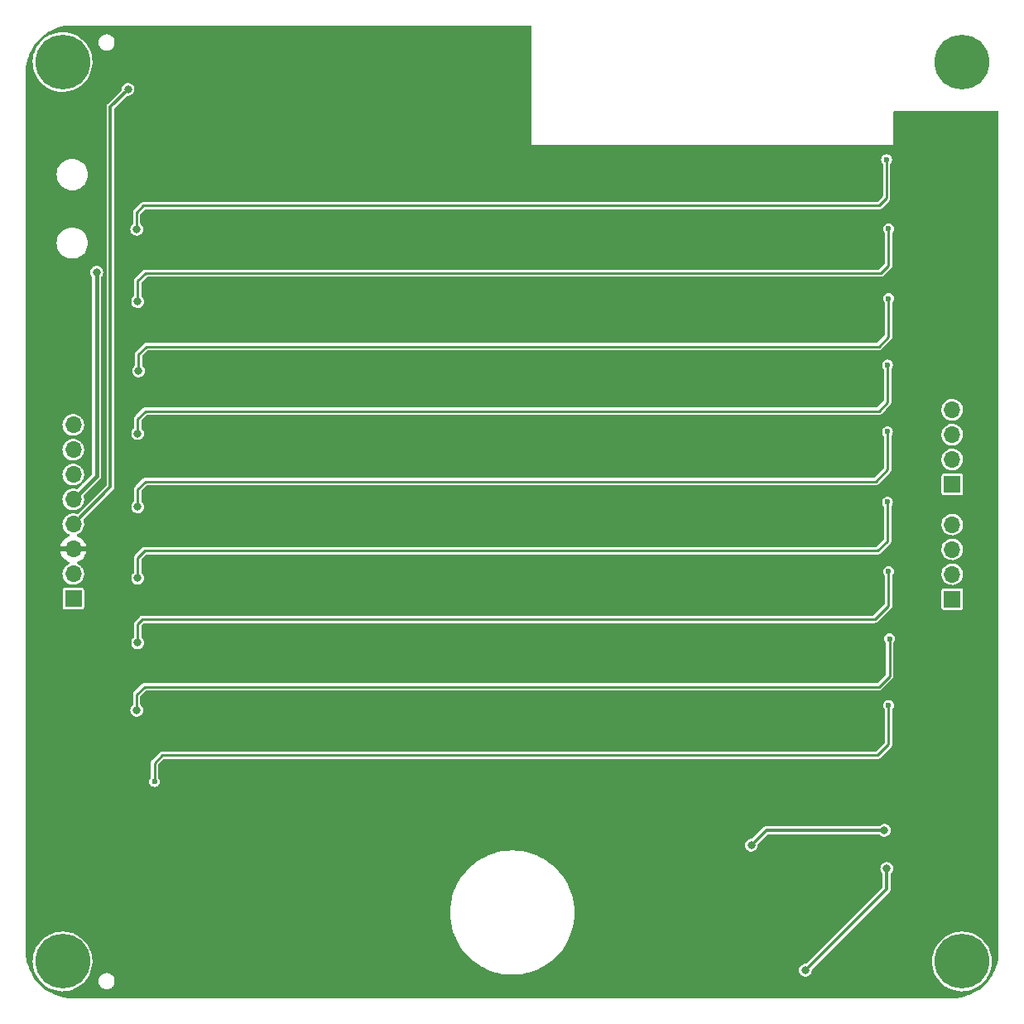
<source format=gbl>
G04 #@! TF.GenerationSoftware,KiCad,Pcbnew,6.0.2+dfsg-1*
G04 #@! TF.CreationDate,2023-02-17T05:59:19+01:00*
G04 #@! TF.ProjectId,LED,4c45442e-6b69-4636-9164-5f7063625858,rev?*
G04 #@! TF.SameCoordinates,Original*
G04 #@! TF.FileFunction,Copper,L2,Bot*
G04 #@! TF.FilePolarity,Positive*
%FSLAX46Y46*%
G04 Gerber Fmt 4.6, Leading zero omitted, Abs format (unit mm)*
G04 Created by KiCad (PCBNEW 6.0.2+dfsg-1) date 2023-02-17 05:59:19*
%MOMM*%
%LPD*%
G01*
G04 APERTURE LIST*
G04 #@! TA.AperFunction,ComponentPad*
%ADD10C,5.600000*%
G04 #@! TD*
G04 #@! TA.AperFunction,ComponentPad*
%ADD11R,1.700000X1.700000*%
G04 #@! TD*
G04 #@! TA.AperFunction,ComponentPad*
%ADD12O,1.700000X1.700000*%
G04 #@! TD*
G04 #@! TA.AperFunction,ViaPad*
%ADD13C,0.800000*%
G04 #@! TD*
G04 #@! TA.AperFunction,ViaPad*
%ADD14C,0.600000*%
G04 #@! TD*
G04 #@! TA.AperFunction,Conductor*
%ADD15C,0.250000*%
G04 #@! TD*
G04 #@! TA.AperFunction,Conductor*
%ADD16C,0.500000*%
G04 #@! TD*
G04 #@! TA.AperFunction,Conductor*
%ADD17C,0.300000*%
G04 #@! TD*
G04 #@! TA.AperFunction,Conductor*
%ADD18C,0.400000*%
G04 #@! TD*
G04 APERTURE END LIST*
D10*
G04 #@! TO.P,H5,1*
G04 #@! TO.N,N/C*
X102570000Y-52450000D03*
G04 #@! TD*
G04 #@! TO.P,H6,1*
G04 #@! TO.N,N/C*
X194570000Y-52450000D03*
G04 #@! TD*
G04 #@! TO.P,H7,1*
G04 #@! TO.N,N/C*
X102570000Y-144450000D03*
G04 #@! TD*
G04 #@! TO.P,H8,1*
G04 #@! TO.N,N/C*
X194570000Y-144450000D03*
G04 #@! TD*
D11*
G04 #@! TO.P,J5,1,Pin_1*
G04 #@! TO.N,/ovladaci_prvky.sch/SW_5*
X193570000Y-107370000D03*
D12*
G04 #@! TO.P,J5,2,Pin_2*
G04 #@! TO.N,/ovladaci_prvky.sch/SW_9*
X193570000Y-104830000D03*
G04 #@! TO.P,J5,3,Pin_3*
G04 #@! TO.N,/ovladaci_prvky.sch/SW_10*
X193570000Y-102290000D03*
G04 #@! TO.P,J5,4,Pin_4*
G04 #@! TO.N,/ovladaci_prvky.sch/SW_4*
X193570000Y-99750000D03*
G04 #@! TD*
D11*
G04 #@! TO.P,J6,1,Pin_1*
G04 #@! TO.N,/ovladaci_prvky.sch/SW_11*
X193570000Y-95650000D03*
D12*
G04 #@! TO.P,J6,2,Pin_2*
G04 #@! TO.N,/ovladaci_prvky.sch/SW_8*
X193570000Y-93110000D03*
G04 #@! TO.P,J6,3,Pin_3*
G04 #@! TO.N,/ovladaci_prvky.sch/SW_3*
X193570000Y-90570000D03*
G04 #@! TO.P,J6,4,Pin_4*
G04 #@! TO.N,/ovladaci_prvky.sch/SW_2*
X193570000Y-88030000D03*
G04 #@! TD*
D11*
G04 #@! TO.P,J4,1,Pin_1*
G04 #@! TO.N,/ovladaci_prvky.sch/3V3*
X103670000Y-107350000D03*
D12*
G04 #@! TO.P,J4,2,Pin_2*
G04 #@! TO.N,/ovladaci_prvky.sch/SW_7*
X103670000Y-104810000D03*
G04 #@! TO.P,J4,3,Pin_3*
G04 #@! TO.N,/ovladaci_prvky.sch/GND*
X103670000Y-102270000D03*
G04 #@! TO.P,J4,4,Pin_4*
G04 #@! TO.N,/ovladaci_prvky.sch/DATA_ZADANI_LED*
X103670000Y-99730000D03*
G04 #@! TO.P,J4,5,Pin_5*
G04 #@! TO.N,/ovladaci_prvky.sch/DATA_HERNI_LED*
X103670000Y-97190000D03*
G04 #@! TO.P,J4,6,Pin_6*
G04 #@! TO.N,/ovladaci_prvky.sch/V_LED_1*
X103670000Y-94650000D03*
G04 #@! TO.P,J4,7,Pin_7*
G04 #@! TO.N,/ovladaci_prvky.sch/SENZOR_SVETLA*
X103670000Y-92110000D03*
G04 #@! TO.P,J4,8,Pin_8*
G04 #@! TO.N,/ovladaci_prvky.sch/SW_12*
X103670000Y-89570000D03*
G04 #@! TD*
D13*
G04 #@! TO.N,/ovladaci_prvky.sch/herni_pole_LED.sch/2.sch/DATA_OUT*
X110150000Y-69550000D03*
D14*
X186850000Y-62450000D03*
D13*
G04 #@! TO.N,/ovladaci_prvky.sch/herni_pole_LED.sch/4.sch/DATA_OUT*
X110250000Y-76950000D03*
D14*
X187050000Y-69500000D03*
D13*
G04 #@! TO.N,/ovladaci_prvky.sch/herni_pole_LED.sch/6.sch/DATA_OUT*
X110350000Y-84050000D03*
D14*
X187050000Y-76650000D03*
D13*
G04 #@! TO.N,/ovladaci_prvky.sch/herni_pole_LED.sch/8.sch/DATA_OUT*
X110250000Y-90450000D03*
D14*
X186950000Y-83450000D03*
G04 #@! TO.N,/ovladaci_prvky.sch/herni_pole_LED.sch/10.sch/DATA_OUT*
X186950000Y-90250000D03*
D13*
X110250000Y-97950000D03*
G04 #@! TO.N,/ovladaci_prvky.sch/herni_pole_LED.sch/12.sch/DATA_OUT*
X110250000Y-105250000D03*
D14*
X186950000Y-97450000D03*
G04 #@! TO.N,/ovladaci_prvky.sch/herni_pole_LED.sch/14.sch/DATA_OUT*
X187050000Y-104550000D03*
D13*
X110250000Y-111850000D03*
D14*
G04 #@! TO.N,/ovladaci_prvky.sch/herni_pole_LED.sch/16.sch/DATA_OUT*
X187150000Y-111450000D03*
D13*
X110150000Y-118750000D03*
D14*
G04 #@! TO.N,/ovladaci_prvky.sch/herni_pole_LED.sch/18.sch/DATA_OUT*
X187050000Y-118250000D03*
X111970000Y-126050000D03*
D13*
G04 #@! TO.N,/ovladaci_prvky.sch/GND*
X152170000Y-63250000D03*
X181850000Y-126450000D03*
X144670000Y-98350000D03*
X181150000Y-84250000D03*
X121870000Y-84250000D03*
X129470000Y-84250000D03*
X159770000Y-98350000D03*
X129570000Y-70250000D03*
X175070000Y-70250000D03*
X115450000Y-77450000D03*
X181350000Y-112350000D03*
X152170000Y-77450000D03*
X129470000Y-112350000D03*
X129470000Y-105450000D03*
X144570000Y-112350000D03*
X129470000Y-63250000D03*
X174970000Y-98250000D03*
X152270000Y-70250000D03*
X118550000Y-145350000D03*
X115350000Y-91350000D03*
X175770000Y-119150000D03*
X121870000Y-70250000D03*
X115550000Y-84250000D03*
X167370000Y-98350000D03*
X136970000Y-119250000D03*
X109450000Y-103550000D03*
X136970000Y-105450000D03*
X168270000Y-119150000D03*
X122870000Y-126350000D03*
X167370000Y-105450000D03*
X111050000Y-139850000D03*
X167370000Y-77450000D03*
X174970000Y-63250000D03*
X159770000Y-91350000D03*
X136970000Y-84250000D03*
X152170000Y-112350000D03*
X174970000Y-84250000D03*
X167370000Y-63250000D03*
X184520000Y-136610000D03*
X118550000Y-134350000D03*
X114085000Y-129450000D03*
X168370000Y-126450000D03*
X121870000Y-77450000D03*
X114075000Y-132550000D03*
X181450000Y-105450000D03*
X167370000Y-70250000D03*
X152170000Y-84250000D03*
X182330000Y-139940000D03*
X175070000Y-112350000D03*
X174970000Y-105450000D03*
X152930002Y-126489998D03*
X144570000Y-91350000D03*
X159870000Y-105450000D03*
X185760000Y-131875000D03*
X188050000Y-119150000D03*
X159670000Y-77450000D03*
X159870000Y-84250000D03*
X113050000Y-63250000D03*
X121770000Y-91350000D03*
X160770000Y-126450000D03*
X129370000Y-77450000D03*
X159870000Y-63250000D03*
X136970000Y-112350000D03*
X137070000Y-63250000D03*
X181550000Y-77450000D03*
X121870000Y-105450000D03*
X115450000Y-112350000D03*
X137870000Y-126450000D03*
X115650000Y-70250000D03*
X137170000Y-98350000D03*
X159770000Y-112350000D03*
X126050000Y-139850000D03*
X181350000Y-70250000D03*
X181350000Y-98250000D03*
X129270000Y-119250000D03*
X144470000Y-77450000D03*
X121870000Y-63250000D03*
X174970000Y-77450000D03*
X144570000Y-70250000D03*
X159870000Y-70250000D03*
X130270000Y-126450000D03*
X145470000Y-126450000D03*
X159770000Y-119150000D03*
X144670000Y-119150000D03*
X167470000Y-112350000D03*
X118550000Y-139850000D03*
X175770000Y-126450000D03*
X115450000Y-119250000D03*
X121770000Y-98350000D03*
X136970000Y-77450000D03*
X116150000Y-126350000D03*
X152270000Y-91350000D03*
X129470000Y-91350000D03*
X182250000Y-119150000D03*
X167370000Y-91350000D03*
X174970000Y-91350000D03*
X152170000Y-119150000D03*
X129370000Y-98350000D03*
X144570000Y-105450000D03*
X152170000Y-105450000D03*
X167370000Y-84250000D03*
X115550000Y-98350000D03*
X144470000Y-84250000D03*
X136970000Y-91350000D03*
X136970000Y-70250000D03*
X181150000Y-91350000D03*
X115250000Y-105450000D03*
X181350000Y-63250000D03*
X121770000Y-112350000D03*
X121770000Y-119250000D03*
X144770000Y-63250000D03*
X152270000Y-98350000D03*
G04 #@! TO.N,/ovladaci_prvky.sch/DATA_ZADANI_LED*
X109270000Y-55250000D03*
G04 #@! TO.N,/ovladaci_prvky.sch/DATA_HERNI_LED*
X106065000Y-73955000D03*
G04 #@! TO.N,/ovladaci_prvky.sch/SW_8*
X186625000Y-131035000D03*
X173020000Y-132550000D03*
G04 #@! TO.N,/ovladaci_prvky.sch/SW_9*
X178545000Y-145350000D03*
X186865000Y-134930000D03*
G04 #@! TD*
D15*
G04 #@! TO.N,/ovladaci_prvky.sch/herni_pole_LED.sch/2.sch/DATA_OUT*
X110850000Y-67150000D02*
X110150000Y-67850000D01*
X110150000Y-67850000D02*
X110150000Y-69550000D01*
X186850000Y-66350000D02*
X186050000Y-67150000D01*
X186050000Y-67150000D02*
X110850000Y-67150000D01*
X186850000Y-62450000D02*
X186850000Y-66350000D01*
G04 #@! TO.N,/ovladaci_prvky.sch/herni_pole_LED.sch/4.sch/DATA_OUT*
X110250000Y-74850000D02*
X110250000Y-76950000D01*
X187050000Y-69500000D02*
X187050000Y-73250000D01*
X111050000Y-74050000D02*
X110250000Y-74850000D01*
X187050000Y-73250000D02*
X186250000Y-74050000D01*
X186250000Y-74050000D02*
X111050000Y-74050000D01*
G04 #@! TO.N,/ovladaci_prvky.sch/herni_pole_LED.sch/6.sch/DATA_OUT*
X187050000Y-76650000D02*
X187050000Y-80550000D01*
X187050000Y-80550000D02*
X186050000Y-81550000D01*
X186050000Y-81550000D02*
X111150000Y-81550000D01*
X111150000Y-81550000D02*
X110350000Y-82350000D01*
X110350000Y-82350000D02*
X110350000Y-84050000D01*
G04 #@! TO.N,/ovladaci_prvky.sch/herni_pole_LED.sch/8.sch/DATA_OUT*
X186050000Y-88150000D02*
X111050000Y-88150000D01*
X186950000Y-83450000D02*
X186950000Y-87250000D01*
X110250000Y-88950000D02*
X110250000Y-90450000D01*
X186950000Y-87250000D02*
X186050000Y-88150000D01*
X111050000Y-88150000D02*
X110250000Y-88950000D01*
G04 #@! TO.N,/ovladaci_prvky.sch/herni_pole_LED.sch/10.sch/DATA_OUT*
X185750000Y-95350000D02*
X111050000Y-95350000D01*
X110250000Y-96150000D02*
X110250000Y-97950000D01*
X186950000Y-90250000D02*
X186950000Y-94150000D01*
X186950000Y-94150000D02*
X185750000Y-95350000D01*
X111050000Y-95350000D02*
X110250000Y-96150000D01*
G04 #@! TO.N,/ovladaci_prvky.sch/herni_pole_LED.sch/12.sch/DATA_OUT*
X110250000Y-103150000D02*
X110250000Y-105250000D01*
X185950000Y-102450000D02*
X110950000Y-102450000D01*
X110950000Y-102450000D02*
X110250000Y-103150000D01*
X186950000Y-97450000D02*
X186950000Y-101450000D01*
X186950000Y-101450000D02*
X185950000Y-102450000D01*
G04 #@! TO.N,/ovladaci_prvky.sch/herni_pole_LED.sch/14.sch/DATA_OUT*
X187050000Y-108050000D02*
X185650000Y-109450000D01*
X185650000Y-109450000D02*
X110750000Y-109450000D01*
X187050000Y-104550000D02*
X187050000Y-108050000D01*
X110750000Y-109450000D02*
X110250000Y-109950000D01*
X110250000Y-109950000D02*
X110250000Y-111850000D01*
G04 #@! TO.N,/ovladaci_prvky.sch/herni_pole_LED.sch/16.sch/DATA_OUT*
X187150000Y-111450000D02*
X187150000Y-115250000D01*
X186050000Y-116350000D02*
X110950000Y-116350000D01*
X110950000Y-116350000D02*
X110150000Y-117150000D01*
X187150000Y-115250000D02*
X186050000Y-116350000D01*
X110150000Y-117150000D02*
X110150000Y-118750000D01*
G04 #@! TO.N,/ovladaci_prvky.sch/herni_pole_LED.sch/18.sch/DATA_OUT*
X111970000Y-124150000D02*
X112770000Y-123350000D01*
X187050000Y-122250000D02*
X185950000Y-123350000D01*
X111970000Y-126050000D02*
X111970000Y-124150000D01*
X187050000Y-118250000D02*
X187050000Y-122250000D01*
X112770000Y-123350000D02*
X112870000Y-123350000D01*
X185950000Y-123350000D02*
X112870000Y-123350000D01*
D16*
G04 #@! TO.N,/ovladaci_prvky.sch/GND*
X159770000Y-91350000D02*
X167370000Y-91350000D01*
X159770000Y-112350000D02*
X153350000Y-112350000D01*
X115550000Y-84250000D02*
X121870000Y-84250000D01*
X115450000Y-112350000D02*
X121770000Y-112350000D01*
X159870000Y-105450000D02*
X167370000Y-105450000D01*
X168650000Y-98350000D02*
X168750000Y-98250000D01*
X144470000Y-77450000D02*
X152170000Y-77450000D01*
X136970000Y-119250000D02*
X138350000Y-119250000D01*
X159770000Y-119150000D02*
X168270000Y-119150000D01*
X146510002Y-126450000D02*
X146550000Y-126489998D01*
X138350000Y-119250000D02*
X138450000Y-119150000D01*
X144570000Y-91350000D02*
X152270000Y-91350000D01*
X168370000Y-126450000D02*
X175770000Y-126450000D01*
X131190718Y-126450000D02*
X130270000Y-126450000D01*
X176850000Y-126450000D02*
X181850000Y-126450000D01*
X129270000Y-119250000D02*
X136970000Y-119250000D01*
X115350000Y-91350000D02*
X121770000Y-91350000D01*
X121770000Y-98350000D02*
X129370000Y-98350000D01*
X176150000Y-98250000D02*
X181350000Y-98250000D01*
X138450000Y-119150000D02*
X144670000Y-119150000D01*
X121870000Y-70250000D02*
X123150000Y-70250000D01*
X136970000Y-70250000D02*
X144570000Y-70250000D01*
X175070000Y-70250000D02*
X176250000Y-70250000D01*
X176250000Y-91350000D02*
X181150000Y-91350000D01*
X122870000Y-126350000D02*
X123950000Y-126350000D01*
X121870000Y-84250000D02*
X129470000Y-84250000D01*
X144670000Y-98350000D02*
X152270000Y-98350000D01*
X174970000Y-98250000D02*
X176150000Y-98250000D01*
X137870000Y-126450000D02*
X145470000Y-126450000D01*
X136970000Y-84250000D02*
X144470000Y-84250000D01*
X137870000Y-126450000D02*
X131190718Y-126450000D01*
X114085000Y-129450000D02*
X114085000Y-132540000D01*
X176250000Y-112350000D02*
X181350000Y-112350000D01*
X137070000Y-63250000D02*
X144770000Y-63250000D01*
X144570000Y-70250000D02*
X152270000Y-70250000D01*
X175770000Y-119150000D02*
X176750000Y-119150000D01*
X174970000Y-77450000D02*
X176150000Y-77450000D01*
X181150000Y-105450000D02*
X181450000Y-105450000D01*
X121770000Y-112350000D02*
X129470000Y-112350000D01*
X144470000Y-84250000D02*
X152170000Y-84250000D01*
X167370000Y-63250000D02*
X174970000Y-63250000D01*
X159870000Y-84250000D02*
X167370000Y-84250000D01*
X159770000Y-112350000D02*
X167470000Y-112350000D01*
X152170000Y-77450000D02*
X159670000Y-77450000D01*
X130550000Y-63250000D02*
X135170000Y-63250000D01*
X146550000Y-126489998D02*
X151638569Y-126489998D01*
X115450000Y-119250000D02*
X121770000Y-119250000D01*
X123250000Y-63250000D02*
X127870000Y-63250000D01*
X167470000Y-112350000D02*
X175070000Y-112350000D01*
X129570000Y-70250000D02*
X136970000Y-70250000D01*
X151638569Y-126489998D02*
X152930002Y-126489998D01*
X124050000Y-126450000D02*
X130270000Y-126450000D01*
X153350000Y-112350000D02*
X152170000Y-112350000D01*
X115250000Y-105450000D02*
X121870000Y-105450000D01*
X175070000Y-112350000D02*
X176250000Y-112350000D01*
X176250000Y-70250000D02*
X181350000Y-70250000D01*
X136970000Y-105450000D02*
X144570000Y-105450000D01*
X121770000Y-91350000D02*
X129470000Y-91350000D01*
X152930002Y-126489998D02*
X159465565Y-126489998D01*
X116150000Y-126350000D02*
X122870000Y-126350000D01*
X176350000Y-63250000D02*
X181350000Y-63250000D01*
X167370000Y-91350000D02*
X174970000Y-91350000D01*
X152270000Y-70250000D02*
X159870000Y-70250000D01*
X129470000Y-112350000D02*
X136970000Y-112350000D01*
X159670000Y-77450000D02*
X167370000Y-77450000D01*
X129470000Y-105450000D02*
X136970000Y-105450000D01*
X127970000Y-70250000D02*
X129570000Y-70250000D01*
X129370000Y-98350000D02*
X137170000Y-98350000D01*
X109450000Y-103550000D02*
X107250000Y-103550000D01*
X114085000Y-132540000D02*
X114075000Y-132550000D01*
X106370000Y-103550000D02*
X105070000Y-102250000D01*
X168750000Y-98250000D02*
X174970000Y-98250000D01*
X115550000Y-98350000D02*
X121770000Y-98350000D01*
X144770000Y-63250000D02*
X152170000Y-63250000D01*
X137170000Y-98350000D02*
X144670000Y-98350000D01*
X152270000Y-98350000D02*
X159770000Y-98350000D01*
X121870000Y-105450000D02*
X129470000Y-105450000D01*
X174970000Y-63250000D02*
X176350000Y-63250000D01*
X176150000Y-77450000D02*
X181550000Y-77450000D01*
X167370000Y-77450000D02*
X174970000Y-77450000D01*
X168270000Y-119150000D02*
X175770000Y-119150000D01*
X152170000Y-105450000D02*
X159870000Y-105450000D01*
X167370000Y-98350000D02*
X168650000Y-98350000D01*
X136970000Y-112350000D02*
X144570000Y-112350000D01*
X136970000Y-77450000D02*
X144470000Y-77450000D01*
X145470000Y-126450000D02*
X146510002Y-126450000D01*
X167370000Y-105450000D02*
X174970000Y-105450000D01*
X129470000Y-63250000D02*
X130550000Y-63250000D01*
X174970000Y-105450000D02*
X181150000Y-105450000D01*
X175770000Y-126450000D02*
X176850000Y-126450000D01*
X135170000Y-63250000D02*
X137070000Y-63250000D01*
X115450000Y-77450000D02*
X121870000Y-77450000D01*
X174970000Y-84250000D02*
X176050000Y-84250000D01*
X160770000Y-126450000D02*
X168370000Y-126450000D01*
X160770000Y-126450000D02*
X159505563Y-126450000D01*
X144670000Y-119150000D02*
X152170000Y-119150000D01*
X129470000Y-91350000D02*
X136970000Y-91350000D01*
X123150000Y-70250000D02*
X127970000Y-70250000D01*
X152170000Y-84250000D02*
X159870000Y-84250000D01*
X152170000Y-63250000D02*
X159870000Y-63250000D01*
X159770000Y-98350000D02*
X167370000Y-98350000D01*
X123950000Y-126350000D02*
X124050000Y-126450000D01*
X120370000Y-63250000D02*
X121870000Y-63250000D01*
X167370000Y-84250000D02*
X174970000Y-84250000D01*
X129370000Y-77450000D02*
X136970000Y-77450000D01*
X115650000Y-70250000D02*
X121870000Y-70250000D01*
X174970000Y-91350000D02*
X176250000Y-91350000D01*
X152170000Y-119150000D02*
X159770000Y-119150000D01*
X176750000Y-119150000D02*
X182250000Y-119150000D01*
X144570000Y-112350000D02*
X152170000Y-112350000D01*
X159870000Y-70250000D02*
X167370000Y-70250000D01*
X113050000Y-63250000D02*
X120370000Y-63250000D01*
X176050000Y-84250000D02*
X181150000Y-84250000D01*
X129470000Y-84250000D02*
X136970000Y-84250000D01*
X105070000Y-102250000D02*
X103570000Y-102250000D01*
X136970000Y-91350000D02*
X144570000Y-91350000D01*
X167370000Y-70250000D02*
X175070000Y-70250000D01*
X121770000Y-119250000D02*
X129270000Y-119250000D01*
X144570000Y-105450000D02*
X152170000Y-105450000D01*
X159465565Y-126489998D02*
X159505563Y-126450000D01*
X159870000Y-63250000D02*
X167370000Y-63250000D01*
X121870000Y-63250000D02*
X123250000Y-63250000D01*
X127870000Y-63250000D02*
X129470000Y-63250000D01*
X121870000Y-77450000D02*
X129370000Y-77450000D01*
X107250000Y-103550000D02*
X106370000Y-103550000D01*
X152270000Y-91350000D02*
X159770000Y-91350000D01*
D17*
G04 #@! TO.N,/ovladaci_prvky.sch/DATA_ZADANI_LED*
X107470000Y-57050000D02*
X109270000Y-55250000D01*
X107470000Y-95930000D02*
X107470000Y-77450000D01*
X107470000Y-77450000D02*
X107470000Y-57050000D01*
X103670000Y-99730000D02*
X107470000Y-95930000D01*
D18*
G04 #@! TO.N,/ovladaci_prvky.sch/DATA_HERNI_LED*
X106065000Y-94795000D02*
X103670000Y-97190000D01*
X106065000Y-73955000D02*
X106065000Y-94795000D01*
D17*
G04 #@! TO.N,/ovladaci_prvky.sch/SW_8*
X174535000Y-131035000D02*
X186625000Y-131035000D01*
X173020000Y-132550000D02*
X174535000Y-131035000D01*
G04 #@! TO.N,/ovladaci_prvky.sch/SW_9*
X178545000Y-145350000D02*
X186865000Y-137030000D01*
X186865000Y-137030000D02*
X186865000Y-134930000D01*
G04 #@! TD*
G04 #@! TA.AperFunction,Conductor*
G04 #@! TO.N,/ovladaci_prvky.sch/GND*
G36*
X150512121Y-48720502D02*
G01*
X150558614Y-48774158D01*
X150570000Y-48826500D01*
X150570000Y-60950000D01*
X187570000Y-60950000D01*
X187570000Y-57576000D01*
X187590002Y-57507879D01*
X187643658Y-57461386D01*
X187696000Y-57450000D01*
X198193500Y-57450000D01*
X198261621Y-57470002D01*
X198308114Y-57523658D01*
X198319500Y-57576000D01*
X198319500Y-143412915D01*
X198317079Y-143437496D01*
X198314592Y-143450000D01*
X198317014Y-143462173D01*
X198317014Y-143473119D01*
X198317954Y-143485410D01*
X198301667Y-143858448D01*
X198300709Y-143869399D01*
X198248061Y-144269293D01*
X198246152Y-144280117D01*
X198158856Y-144673889D01*
X198156011Y-144684506D01*
X198043815Y-145040348D01*
X198034726Y-145069174D01*
X198030970Y-145079496D01*
X197911548Y-145367807D01*
X197876612Y-145452149D01*
X197871970Y-145462102D01*
X197693261Y-145805400D01*
X197685730Y-145819867D01*
X197680234Y-145829387D01*
X197463522Y-146169556D01*
X197457218Y-146178560D01*
X197243898Y-146456565D01*
X197211673Y-146498561D01*
X197204609Y-146506978D01*
X196932298Y-146804155D01*
X196932121Y-146804348D01*
X196924352Y-146812117D01*
X196641311Y-147071476D01*
X196626981Y-147084607D01*
X196618564Y-147091670D01*
X196507199Y-147177124D01*
X196298560Y-147337218D01*
X196289556Y-147343522D01*
X195949387Y-147560234D01*
X195939868Y-147565729D01*
X195582102Y-147751970D01*
X195572158Y-147756608D01*
X195199496Y-147910970D01*
X195189181Y-147914723D01*
X194804507Y-148036011D01*
X194793889Y-148038856D01*
X194400117Y-148126152D01*
X194389293Y-148128061D01*
X193989399Y-148180709D01*
X193978448Y-148181667D01*
X193605410Y-148197954D01*
X193593119Y-148197014D01*
X193582173Y-148197014D01*
X193570000Y-148194592D01*
X193557829Y-148197013D01*
X193557827Y-148197013D01*
X193557496Y-148197079D01*
X193532915Y-148199500D01*
X103607085Y-148199500D01*
X103582504Y-148197079D01*
X103582173Y-148197013D01*
X103582171Y-148197013D01*
X103570000Y-148194592D01*
X103557827Y-148197014D01*
X103546881Y-148197014D01*
X103534590Y-148197954D01*
X103161552Y-148181667D01*
X103150601Y-148180709D01*
X102750707Y-148128061D01*
X102739883Y-148126152D01*
X102346111Y-148038856D01*
X102335493Y-148036011D01*
X101950819Y-147914723D01*
X101940504Y-147910970D01*
X101567842Y-147756608D01*
X101557898Y-147751970D01*
X101200132Y-147565729D01*
X101190613Y-147560234D01*
X100850444Y-147343522D01*
X100841440Y-147337218D01*
X100632801Y-147177124D01*
X100521436Y-147091670D01*
X100513019Y-147084607D01*
X100498689Y-147071476D01*
X100215648Y-146812117D01*
X100207879Y-146804348D01*
X100207703Y-146804155D01*
X99935391Y-146506978D01*
X99928327Y-146498561D01*
X99896103Y-146456565D01*
X99682782Y-146178560D01*
X99676478Y-146169556D01*
X99459766Y-145829387D01*
X99454270Y-145819867D01*
X99446739Y-145805400D01*
X99268030Y-145462102D01*
X99263388Y-145452149D01*
X99228453Y-145367807D01*
X99109030Y-145079496D01*
X99105274Y-145069174D01*
X99096186Y-145040348D01*
X98983989Y-144684506D01*
X98981144Y-144673889D01*
X98922053Y-144407341D01*
X99514991Y-144407341D01*
X99529275Y-144748146D01*
X99529813Y-144751619D01*
X99580572Y-145079503D01*
X99581459Y-145085234D01*
X99582381Y-145088626D01*
X99582381Y-145088628D01*
X99611164Y-145194568D01*
X99670892Y-145414405D01*
X99672182Y-145417664D01*
X99672184Y-145417669D01*
X99702809Y-145495018D01*
X99796461Y-145731555D01*
X99798107Y-145734651D01*
X99798109Y-145734655D01*
X99954951Y-146029631D01*
X99956600Y-146032732D01*
X99958585Y-146035631D01*
X100147321Y-146311274D01*
X100147326Y-146311280D01*
X100149312Y-146314181D01*
X100372196Y-146572395D01*
X100622474Y-146804155D01*
X100897026Y-147006572D01*
X100900063Y-147008326D01*
X100900067Y-147008328D01*
X101014483Y-147074386D01*
X101192431Y-147177124D01*
X101195652Y-147178531D01*
X101501783Y-147312277D01*
X101501793Y-147312281D01*
X101505005Y-147313684D01*
X101508362Y-147314723D01*
X101508367Y-147314725D01*
X101827494Y-147413511D01*
X101830854Y-147414551D01*
X101834310Y-147415210D01*
X101834309Y-147415210D01*
X102162465Y-147477810D01*
X102162471Y-147477811D01*
X102165916Y-147478468D01*
X102344627Y-147492219D01*
X102502517Y-147504368D01*
X102502518Y-147504368D01*
X102506014Y-147504637D01*
X102718773Y-147497207D01*
X102843395Y-147492856D01*
X102843400Y-147492856D01*
X102846910Y-147492733D01*
X103015633Y-147467818D01*
X103180876Y-147443417D01*
X103180881Y-147443416D01*
X103184355Y-147442903D01*
X103187747Y-147442007D01*
X103187751Y-147442006D01*
X103510751Y-147356666D01*
X103510752Y-147356666D01*
X103514142Y-147355770D01*
X103832161Y-147232418D01*
X104134448Y-147074386D01*
X104417236Y-146883643D01*
X104505642Y-146808404D01*
X104674326Y-146664842D01*
X104674327Y-146664841D01*
X104676999Y-146662567D01*
X104876613Y-146450000D01*
X106238947Y-146450000D01*
X106239637Y-146456565D01*
X106251812Y-146572395D01*
X106257108Y-146622786D01*
X106259148Y-146629064D01*
X106259148Y-146629065D01*
X106270773Y-146664842D01*
X106310795Y-146788020D01*
X106314098Y-146793742D01*
X106314099Y-146793743D01*
X106320222Y-146804348D01*
X106397664Y-146938481D01*
X106402082Y-146943388D01*
X106402083Y-146943389D01*
X106461256Y-147009107D01*
X106513917Y-147067593D01*
X106519259Y-147071474D01*
X106519261Y-147071476D01*
X106542456Y-147088328D01*
X106654473Y-147169713D01*
X106660501Y-147172397D01*
X106660503Y-147172398D01*
X106791648Y-147230787D01*
X106813190Y-147240378D01*
X106898160Y-147258439D01*
X106976674Y-147275128D01*
X106976678Y-147275128D01*
X106983131Y-147276500D01*
X107156869Y-147276500D01*
X107163322Y-147275128D01*
X107163326Y-147275128D01*
X107241840Y-147258439D01*
X107326810Y-147240378D01*
X107348352Y-147230787D01*
X107479497Y-147172398D01*
X107479499Y-147172397D01*
X107485527Y-147169713D01*
X107597544Y-147088328D01*
X107620739Y-147071476D01*
X107620741Y-147071474D01*
X107626083Y-147067593D01*
X107678744Y-147009107D01*
X107737917Y-146943389D01*
X107737918Y-146943388D01*
X107742336Y-146938481D01*
X107819778Y-146804348D01*
X107825901Y-146793743D01*
X107825902Y-146793742D01*
X107829205Y-146788020D01*
X107869228Y-146664842D01*
X107880852Y-146629065D01*
X107880852Y-146629064D01*
X107882892Y-146622786D01*
X107888189Y-146572395D01*
X107900363Y-146456565D01*
X107901053Y-146450000D01*
X107887058Y-146316849D01*
X107883582Y-146283778D01*
X107883582Y-146283777D01*
X107882892Y-146277214D01*
X107849422Y-146174201D01*
X107831247Y-146118264D01*
X107831246Y-146118262D01*
X107829205Y-146111980D01*
X107742336Y-145961519D01*
X107641575Y-145849612D01*
X107630505Y-145837318D01*
X107630504Y-145837317D01*
X107626083Y-145832407D01*
X107615545Y-145824750D01*
X107490869Y-145734168D01*
X107490868Y-145734167D01*
X107485527Y-145730287D01*
X107479499Y-145727603D01*
X107479497Y-145727602D01*
X107332841Y-145662307D01*
X107332840Y-145662307D01*
X107326810Y-145659622D01*
X107236161Y-145640354D01*
X107163326Y-145624872D01*
X107163322Y-145624872D01*
X107156869Y-145623500D01*
X106983131Y-145623500D01*
X106976678Y-145624872D01*
X106976674Y-145624872D01*
X106903839Y-145640354D01*
X106813190Y-145659622D01*
X106807160Y-145662307D01*
X106807159Y-145662307D01*
X106660504Y-145727602D01*
X106660502Y-145727603D01*
X106654474Y-145730287D01*
X106649133Y-145734167D01*
X106649132Y-145734168D01*
X106519261Y-145828524D01*
X106519259Y-145828526D01*
X106513917Y-145832407D01*
X106509496Y-145837317D01*
X106509495Y-145837318D01*
X106498426Y-145849612D01*
X106397664Y-145961519D01*
X106310795Y-146111980D01*
X106308754Y-146118262D01*
X106308753Y-146118264D01*
X106290578Y-146174201D01*
X106257108Y-146277214D01*
X106256418Y-146283777D01*
X106256418Y-146283778D01*
X106252942Y-146316849D01*
X106238947Y-146450000D01*
X104876613Y-146450000D01*
X104882778Y-146443435D01*
X104908090Y-146416481D01*
X104908094Y-146416476D01*
X104910501Y-146413913D01*
X104912606Y-146411099D01*
X104912612Y-146411092D01*
X105089829Y-146174201D01*
X105114830Y-146140781D01*
X105131728Y-146111980D01*
X105216063Y-145968233D01*
X105287440Y-145846574D01*
X105295092Y-145829387D01*
X105424747Y-145538178D01*
X105424749Y-145538173D01*
X105426179Y-145534961D01*
X105529319Y-145209824D01*
X105595573Y-144875217D01*
X105610560Y-144696745D01*
X105623933Y-144537493D01*
X105623934Y-144537482D01*
X105624116Y-144535309D01*
X105624966Y-144474486D01*
X105625277Y-144452178D01*
X105625277Y-144452166D01*
X105625307Y-144450000D01*
X105623120Y-144410868D01*
X105606462Y-144112937D01*
X105606266Y-144109428D01*
X105568130Y-143883954D01*
X105549968Y-143776570D01*
X105549967Y-143776565D01*
X105549381Y-143773101D01*
X105455360Y-143445211D01*
X105347509Y-143183545D01*
X105326713Y-143133090D01*
X105326709Y-143133083D01*
X105325375Y-143129845D01*
X105161047Y-142830934D01*
X104964424Y-142552203D01*
X104773763Y-142337456D01*
X104740289Y-142299753D01*
X104740283Y-142299747D01*
X104737956Y-142297126D01*
X104484467Y-142068883D01*
X104391404Y-142002257D01*
X104209982Y-141872371D01*
X104209975Y-141872367D01*
X104207115Y-141870319D01*
X103909358Y-141703908D01*
X103594908Y-141571725D01*
X103591545Y-141570735D01*
X103591536Y-141570732D01*
X103390346Y-141511520D01*
X103267682Y-141475418D01*
X102997684Y-141427810D01*
X102935220Y-141416796D01*
X102935218Y-141416796D01*
X102931760Y-141416186D01*
X102928249Y-141415965D01*
X102928248Y-141415965D01*
X102594848Y-141394988D01*
X102594842Y-141394988D01*
X102591330Y-141394767D01*
X102494946Y-141399481D01*
X102254140Y-141411258D01*
X102254132Y-141411259D01*
X102250633Y-141411430D01*
X102247165Y-141411992D01*
X102247162Y-141411992D01*
X101917393Y-141465403D01*
X101917390Y-141465404D01*
X101913918Y-141465966D01*
X101910531Y-141466912D01*
X101910525Y-141466913D01*
X101588774Y-141556748D01*
X101585379Y-141557696D01*
X101582116Y-141559014D01*
X101582114Y-141559015D01*
X101472394Y-141603345D01*
X101269114Y-141685476D01*
X100969062Y-141847713D01*
X100688965Y-142042385D01*
X100686323Y-142044698D01*
X100686319Y-142044701D01*
X100656002Y-142071242D01*
X100432314Y-142267067D01*
X100202307Y-142518956D01*
X100001811Y-142794915D01*
X99833326Y-143091503D01*
X99698951Y-143405023D01*
X99697934Y-143408392D01*
X99646877Y-143577502D01*
X99600361Y-143731569D01*
X99538785Y-144067068D01*
X99538539Y-144070584D01*
X99538539Y-144070585D01*
X99528639Y-144212169D01*
X99514991Y-144407341D01*
X98922053Y-144407341D01*
X98893848Y-144280117D01*
X98891939Y-144269293D01*
X98839291Y-143869399D01*
X98838333Y-143858448D01*
X98822046Y-143485410D01*
X98822986Y-143473119D01*
X98822986Y-143462173D01*
X98825408Y-143450000D01*
X98822921Y-143437496D01*
X98820500Y-143412915D01*
X98820500Y-139450000D01*
X142214600Y-139450000D01*
X142234192Y-139948639D01*
X142292846Y-140444204D01*
X142390200Y-140933639D01*
X142525655Y-141413927D01*
X142625350Y-141684160D01*
X142694028Y-141870319D01*
X142698376Y-141882106D01*
X142699406Y-141884341D01*
X142699408Y-141884345D01*
X142906260Y-142333043D01*
X142906267Y-142333056D01*
X142907297Y-142335291D01*
X143151131Y-142770687D01*
X143428373Y-143185610D01*
X143429909Y-143187558D01*
X143630466Y-143441963D01*
X143737316Y-143577502D01*
X144076054Y-143943946D01*
X144077853Y-143945609D01*
X144428012Y-144269293D01*
X144442498Y-144282684D01*
X144444441Y-144284216D01*
X144444446Y-144284220D01*
X144605098Y-144410868D01*
X144834390Y-144591627D01*
X145249313Y-144868869D01*
X145251475Y-144870080D01*
X145251477Y-144870081D01*
X145316576Y-144906538D01*
X145684709Y-145112703D01*
X145686944Y-145113733D01*
X145686957Y-145113740D01*
X146135655Y-145320592D01*
X146137894Y-145321624D01*
X146606073Y-145494345D01*
X146931684Y-145586177D01*
X147083981Y-145629129D01*
X147083986Y-145629130D01*
X147086361Y-145629800D01*
X147575796Y-145727154D01*
X147770317Y-145750177D01*
X148068908Y-145785518D01*
X148068916Y-145785519D01*
X148071361Y-145785808D01*
X148570000Y-145805400D01*
X149068639Y-145785808D01*
X149071084Y-145785519D01*
X149071092Y-145785518D01*
X149369683Y-145750177D01*
X149564204Y-145727154D01*
X150053639Y-145629800D01*
X150056014Y-145629130D01*
X150056019Y-145629129D01*
X150208316Y-145586177D01*
X150533927Y-145494345D01*
X150943790Y-145343138D01*
X177889758Y-145343138D01*
X177907035Y-145499633D01*
X177961143Y-145647490D01*
X177965380Y-145653796D01*
X177965382Y-145653799D01*
X178005709Y-145713811D01*
X178048958Y-145778172D01*
X178165410Y-145884135D01*
X178172085Y-145887759D01*
X178297099Y-145955637D01*
X178297101Y-145955638D01*
X178303776Y-145959262D01*
X178311125Y-145961190D01*
X178448719Y-145997287D01*
X178448721Y-145997287D01*
X178456069Y-145999215D01*
X178539380Y-146000524D01*
X178605898Y-146001569D01*
X178605901Y-146001569D01*
X178613495Y-146001688D01*
X178766968Y-145966538D01*
X178907625Y-145895795D01*
X178933869Y-145873381D01*
X179021574Y-145798474D01*
X179021576Y-145798471D01*
X179027348Y-145793542D01*
X179119224Y-145665683D01*
X179177950Y-145519598D01*
X179187549Y-145452149D01*
X179199553Y-145367807D01*
X179199553Y-145367804D01*
X179200134Y-145363723D01*
X179200278Y-145350000D01*
X179198049Y-145331584D01*
X179209721Y-145261556D01*
X179234041Y-145227352D01*
X180054052Y-144407341D01*
X191514991Y-144407341D01*
X191529275Y-144748146D01*
X191529813Y-144751619D01*
X191580572Y-145079503D01*
X191581459Y-145085234D01*
X191582381Y-145088626D01*
X191582381Y-145088628D01*
X191611164Y-145194568D01*
X191670892Y-145414405D01*
X191672182Y-145417664D01*
X191672184Y-145417669D01*
X191702809Y-145495018D01*
X191796461Y-145731555D01*
X191798107Y-145734651D01*
X191798109Y-145734655D01*
X191954951Y-146029631D01*
X191956600Y-146032732D01*
X191958585Y-146035631D01*
X192147321Y-146311274D01*
X192147326Y-146311280D01*
X192149312Y-146314181D01*
X192372196Y-146572395D01*
X192622474Y-146804155D01*
X192897026Y-147006572D01*
X192900063Y-147008326D01*
X192900067Y-147008328D01*
X193014483Y-147074386D01*
X193192431Y-147177124D01*
X193195652Y-147178531D01*
X193501783Y-147312277D01*
X193501793Y-147312281D01*
X193505005Y-147313684D01*
X193508362Y-147314723D01*
X193508367Y-147314725D01*
X193827494Y-147413511D01*
X193830854Y-147414551D01*
X193834310Y-147415210D01*
X193834309Y-147415210D01*
X194162465Y-147477810D01*
X194162471Y-147477811D01*
X194165916Y-147478468D01*
X194344627Y-147492219D01*
X194502517Y-147504368D01*
X194502518Y-147504368D01*
X194506014Y-147504637D01*
X194718773Y-147497207D01*
X194843395Y-147492856D01*
X194843400Y-147492856D01*
X194846910Y-147492733D01*
X195015632Y-147467818D01*
X195180876Y-147443417D01*
X195180881Y-147443416D01*
X195184355Y-147442903D01*
X195187747Y-147442007D01*
X195187751Y-147442006D01*
X195510751Y-147356666D01*
X195510752Y-147356666D01*
X195514142Y-147355770D01*
X195832161Y-147232418D01*
X196134448Y-147074386D01*
X196417236Y-146883643D01*
X196505642Y-146808404D01*
X196674326Y-146664842D01*
X196674327Y-146664841D01*
X196676999Y-146662567D01*
X196882778Y-146443435D01*
X196908090Y-146416481D01*
X196908094Y-146416476D01*
X196910501Y-146413913D01*
X196912606Y-146411099D01*
X196912612Y-146411092D01*
X197089829Y-146174201D01*
X197114830Y-146140781D01*
X197131728Y-146111980D01*
X197216063Y-145968233D01*
X197287440Y-145846574D01*
X197295092Y-145829387D01*
X197424747Y-145538178D01*
X197424749Y-145538173D01*
X197426179Y-145534961D01*
X197529319Y-145209824D01*
X197595573Y-144875217D01*
X197610560Y-144696745D01*
X197623933Y-144537493D01*
X197623934Y-144537482D01*
X197624116Y-144535309D01*
X197624966Y-144474486D01*
X197625277Y-144452178D01*
X197625277Y-144452166D01*
X197625307Y-144450000D01*
X197623120Y-144410868D01*
X197606462Y-144112937D01*
X197606266Y-144109428D01*
X197568130Y-143883954D01*
X197549968Y-143776570D01*
X197549967Y-143776565D01*
X197549381Y-143773101D01*
X197455360Y-143445211D01*
X197347509Y-143183545D01*
X197326713Y-143133090D01*
X197326709Y-143133083D01*
X197325375Y-143129845D01*
X197161047Y-142830934D01*
X196964424Y-142552203D01*
X196773763Y-142337456D01*
X196740289Y-142299753D01*
X196740283Y-142299747D01*
X196737956Y-142297126D01*
X196484467Y-142068883D01*
X196391404Y-142002257D01*
X196209982Y-141872371D01*
X196209975Y-141872367D01*
X196207115Y-141870319D01*
X195909358Y-141703908D01*
X195594908Y-141571725D01*
X195591545Y-141570735D01*
X195591536Y-141570732D01*
X195390346Y-141511520D01*
X195267682Y-141475418D01*
X194997684Y-141427810D01*
X194935220Y-141416796D01*
X194935218Y-141416796D01*
X194931760Y-141416186D01*
X194928249Y-141415965D01*
X194928248Y-141415965D01*
X194594848Y-141394988D01*
X194594842Y-141394988D01*
X194591330Y-141394767D01*
X194494946Y-141399481D01*
X194254140Y-141411258D01*
X194254132Y-141411259D01*
X194250633Y-141411430D01*
X194247165Y-141411992D01*
X194247162Y-141411992D01*
X193917393Y-141465403D01*
X193917390Y-141465404D01*
X193913918Y-141465966D01*
X193910531Y-141466912D01*
X193910525Y-141466913D01*
X193588774Y-141556748D01*
X193585379Y-141557696D01*
X193582116Y-141559014D01*
X193582114Y-141559015D01*
X193472394Y-141603345D01*
X193269114Y-141685476D01*
X192969062Y-141847713D01*
X192688965Y-142042385D01*
X192686323Y-142044698D01*
X192686319Y-142044701D01*
X192656002Y-142071242D01*
X192432314Y-142267067D01*
X192202307Y-142518956D01*
X192001811Y-142794915D01*
X191833326Y-143091503D01*
X191698951Y-143405023D01*
X191697934Y-143408392D01*
X191646877Y-143577502D01*
X191600361Y-143731569D01*
X191538785Y-144067068D01*
X191538539Y-144070584D01*
X191538539Y-144070585D01*
X191528639Y-144212169D01*
X191514991Y-144407341D01*
X180054052Y-144407341D01*
X187170484Y-137290909D01*
X187170487Y-137290905D01*
X187193050Y-137268342D01*
X187197555Y-137259501D01*
X187203037Y-137248742D01*
X187213365Y-137231887D01*
X187220467Y-137222112D01*
X187226296Y-137214089D01*
X187233094Y-137193168D01*
X187240658Y-137174908D01*
X187246144Y-137164141D01*
X187246145Y-137164137D01*
X187250646Y-137155304D01*
X187254087Y-137133578D01*
X187258703Y-137114353D01*
X187262435Y-137102868D01*
X187262436Y-137102864D01*
X187265500Y-137093433D01*
X187265500Y-135501534D01*
X187285502Y-135433413D01*
X187309669Y-135405723D01*
X187341576Y-135378472D01*
X187341577Y-135378471D01*
X187347348Y-135373542D01*
X187439224Y-135245683D01*
X187497950Y-135099598D01*
X187520134Y-134943723D01*
X187520278Y-134930000D01*
X187501363Y-134773694D01*
X187445710Y-134626412D01*
X187356531Y-134496657D01*
X187309971Y-134455174D01*
X187244648Y-134396972D01*
X187244645Y-134396970D01*
X187238976Y-134391919D01*
X187099831Y-134318245D01*
X187055035Y-134306993D01*
X186954498Y-134281740D01*
X186954496Y-134281740D01*
X186947128Y-134279889D01*
X186939530Y-134279849D01*
X186939528Y-134279849D01*
X186872319Y-134279497D01*
X186789684Y-134279065D01*
X186782305Y-134280837D01*
X186782301Y-134280837D01*
X186643967Y-134314048D01*
X186643963Y-134314049D01*
X186636588Y-134315820D01*
X186496679Y-134388032D01*
X186490957Y-134393024D01*
X186490955Y-134393025D01*
X186383759Y-134486538D01*
X186383756Y-134486541D01*
X186378034Y-134491533D01*
X186287501Y-134620348D01*
X186230309Y-134767039D01*
X186229318Y-134774568D01*
X186218143Y-134859451D01*
X186209758Y-134923138D01*
X186227035Y-135079633D01*
X186281143Y-135227490D01*
X186285380Y-135233796D01*
X186285382Y-135233799D01*
X186325709Y-135293811D01*
X186368958Y-135358172D01*
X186374576Y-135363284D01*
X186423299Y-135407618D01*
X186460222Y-135468258D01*
X186464500Y-135500812D01*
X186464500Y-136811917D01*
X186444498Y-136880038D01*
X186427595Y-136901012D01*
X178665888Y-144662719D01*
X178603576Y-144696745D01*
X178576134Y-144699622D01*
X178544601Y-144699457D01*
X178469684Y-144699065D01*
X178462305Y-144700837D01*
X178462301Y-144700837D01*
X178323967Y-144734048D01*
X178323963Y-144734049D01*
X178316588Y-144735820D01*
X178176679Y-144808032D01*
X178170957Y-144813024D01*
X178170955Y-144813025D01*
X178063759Y-144906538D01*
X178063756Y-144906541D01*
X178058034Y-144911533D01*
X177967501Y-145040348D01*
X177910309Y-145187039D01*
X177909318Y-145194568D01*
X177891279Y-145331587D01*
X177889758Y-145343138D01*
X150943790Y-145343138D01*
X151002106Y-145321624D01*
X151004345Y-145320592D01*
X151453043Y-145113740D01*
X151453056Y-145113733D01*
X151455291Y-145112703D01*
X151823424Y-144906538D01*
X151888523Y-144870081D01*
X151888525Y-144870080D01*
X151890687Y-144868869D01*
X152305610Y-144591627D01*
X152534902Y-144410868D01*
X152695554Y-144284220D01*
X152695559Y-144284216D01*
X152697502Y-144282684D01*
X152711989Y-144269293D01*
X153062147Y-143945609D01*
X153063946Y-143943946D01*
X153402684Y-143577502D01*
X153509535Y-143441963D01*
X153710091Y-143187558D01*
X153711627Y-143185610D01*
X153988869Y-142770687D01*
X154232703Y-142335291D01*
X154233733Y-142333056D01*
X154233740Y-142333043D01*
X154440592Y-141884345D01*
X154440594Y-141884341D01*
X154441624Y-141882106D01*
X154445973Y-141870319D01*
X154514650Y-141684160D01*
X154614345Y-141413927D01*
X154749800Y-140933639D01*
X154847154Y-140444204D01*
X154905808Y-139948639D01*
X154925400Y-139450000D01*
X154905808Y-138951361D01*
X154847154Y-138455796D01*
X154749800Y-137966361D01*
X154727359Y-137886789D01*
X154615018Y-137488461D01*
X154614345Y-137486073D01*
X154441624Y-137017894D01*
X154440592Y-137015655D01*
X154233740Y-136566957D01*
X154233733Y-136566944D01*
X154232703Y-136564709D01*
X153988869Y-136129313D01*
X153711627Y-135714390D01*
X153498033Y-135443447D01*
X153404220Y-135324446D01*
X153404216Y-135324441D01*
X153402684Y-135322498D01*
X153320692Y-135233799D01*
X153065609Y-134957853D01*
X153063946Y-134956054D01*
X152867616Y-134774568D01*
X152699322Y-134618998D01*
X152699316Y-134618993D01*
X152697502Y-134617316D01*
X152647411Y-134577827D01*
X152412990Y-134393025D01*
X152305610Y-134308373D01*
X152264400Y-134280837D01*
X151930242Y-134057561D01*
X151890687Y-134031131D01*
X151455291Y-133787297D01*
X151453056Y-133786267D01*
X151453043Y-133786260D01*
X151004345Y-133579408D01*
X151004341Y-133579406D01*
X151002106Y-133578376D01*
X150533927Y-133405655D01*
X150208316Y-133313823D01*
X150056019Y-133270871D01*
X150056014Y-133270870D01*
X150053639Y-133270200D01*
X149564204Y-133172846D01*
X149369683Y-133149823D01*
X149071092Y-133114482D01*
X149071084Y-133114481D01*
X149068639Y-133114192D01*
X148570000Y-133094600D01*
X148071361Y-133114192D01*
X148068916Y-133114481D01*
X148068908Y-133114482D01*
X147770317Y-133149823D01*
X147575796Y-133172846D01*
X147086361Y-133270200D01*
X147083986Y-133270870D01*
X147083981Y-133270871D01*
X146931684Y-133313823D01*
X146606073Y-133405655D01*
X146137894Y-133578376D01*
X146135659Y-133579406D01*
X146135655Y-133579408D01*
X145686957Y-133786260D01*
X145686944Y-133786267D01*
X145684709Y-133787297D01*
X145249313Y-134031131D01*
X145209758Y-134057561D01*
X144875601Y-134280837D01*
X144834390Y-134308373D01*
X144727010Y-134393025D01*
X144492590Y-134577827D01*
X144442498Y-134617316D01*
X144440684Y-134618993D01*
X144440678Y-134618998D01*
X144272384Y-134774568D01*
X144076054Y-134956054D01*
X144074391Y-134957853D01*
X143819309Y-135233799D01*
X143737316Y-135322498D01*
X143735784Y-135324441D01*
X143735780Y-135324446D01*
X143641967Y-135443447D01*
X143428373Y-135714390D01*
X143151131Y-136129313D01*
X142907297Y-136564709D01*
X142906267Y-136566944D01*
X142906260Y-136566957D01*
X142699408Y-137015655D01*
X142698376Y-137017894D01*
X142525655Y-137486073D01*
X142524982Y-137488461D01*
X142412642Y-137886789D01*
X142390200Y-137966361D01*
X142292846Y-138455796D01*
X142234192Y-138951361D01*
X142220215Y-139307084D01*
X142214600Y-139450000D01*
X98820500Y-139450000D01*
X98820500Y-132543138D01*
X172364758Y-132543138D01*
X172382035Y-132699633D01*
X172436143Y-132847490D01*
X172440380Y-132853796D01*
X172440382Y-132853799D01*
X172480709Y-132913811D01*
X172523958Y-132978172D01*
X172640410Y-133084135D01*
X172647085Y-133087759D01*
X172772099Y-133155637D01*
X172772101Y-133155638D01*
X172778776Y-133159262D01*
X172786125Y-133161190D01*
X172923719Y-133197287D01*
X172923721Y-133197287D01*
X172931069Y-133199215D01*
X173014380Y-133200524D01*
X173080898Y-133201569D01*
X173080901Y-133201569D01*
X173088495Y-133201688D01*
X173241968Y-133166538D01*
X173382625Y-133095795D01*
X173408869Y-133073381D01*
X173496574Y-132998474D01*
X173496576Y-132998471D01*
X173502348Y-132993542D01*
X173594224Y-132865683D01*
X173652950Y-132719598D01*
X173675134Y-132563723D01*
X173675278Y-132550000D01*
X173673049Y-132531584D01*
X173684721Y-132461556D01*
X173709041Y-132427352D01*
X174663988Y-131472405D01*
X174726300Y-131438379D01*
X174753083Y-131435500D01*
X186049800Y-131435500D01*
X186117921Y-131455502D01*
X186134599Y-131468306D01*
X186239789Y-131564021D01*
X186239793Y-131564024D01*
X186245410Y-131569135D01*
X186252085Y-131572759D01*
X186377099Y-131640637D01*
X186377101Y-131640638D01*
X186383776Y-131644262D01*
X186391125Y-131646190D01*
X186528719Y-131682287D01*
X186528721Y-131682287D01*
X186536069Y-131684215D01*
X186619380Y-131685524D01*
X186685898Y-131686569D01*
X186685901Y-131686569D01*
X186693495Y-131686688D01*
X186846968Y-131651538D01*
X186987625Y-131580795D01*
X187013869Y-131558381D01*
X187101574Y-131483474D01*
X187101576Y-131483471D01*
X187107348Y-131478542D01*
X187199224Y-131350683D01*
X187257950Y-131204598D01*
X187280134Y-131048723D01*
X187280278Y-131035000D01*
X187261363Y-130878694D01*
X187205710Y-130731412D01*
X187116531Y-130601657D01*
X187069971Y-130560174D01*
X187004648Y-130501972D01*
X187004645Y-130501970D01*
X186998976Y-130496919D01*
X186859831Y-130423245D01*
X186843122Y-130419048D01*
X186714498Y-130386740D01*
X186714496Y-130386740D01*
X186707128Y-130384889D01*
X186699530Y-130384849D01*
X186699528Y-130384849D01*
X186632319Y-130384497D01*
X186549684Y-130384065D01*
X186542305Y-130385837D01*
X186542301Y-130385837D01*
X186403967Y-130419048D01*
X186403963Y-130419049D01*
X186396588Y-130420820D01*
X186256679Y-130493032D01*
X186250957Y-130498024D01*
X186250955Y-130498025D01*
X186143762Y-130591536D01*
X186138034Y-130596533D01*
X186137523Y-130595947D01*
X186082170Y-130630050D01*
X186048978Y-130634500D01*
X174471567Y-130634500D01*
X174462135Y-130637565D01*
X174462133Y-130637565D01*
X174450648Y-130641297D01*
X174431422Y-130645913D01*
X174409696Y-130649354D01*
X174400861Y-130653856D01*
X174400860Y-130653856D01*
X174390097Y-130659340D01*
X174371836Y-130666904D01*
X174350911Y-130673703D01*
X174342887Y-130679533D01*
X174333113Y-130686634D01*
X174316257Y-130696963D01*
X174305493Y-130702448D01*
X174305492Y-130702449D01*
X174296658Y-130706950D01*
X174274095Y-130729513D01*
X174274091Y-130729516D01*
X173140888Y-131862719D01*
X173078576Y-131896745D01*
X173051134Y-131899622D01*
X173019601Y-131899457D01*
X172944684Y-131899065D01*
X172937305Y-131900837D01*
X172937301Y-131900837D01*
X172798967Y-131934048D01*
X172798963Y-131934049D01*
X172791588Y-131935820D01*
X172651679Y-132008032D01*
X172645957Y-132013024D01*
X172645955Y-132013025D01*
X172538759Y-132106538D01*
X172538756Y-132106541D01*
X172533034Y-132111533D01*
X172442501Y-132240348D01*
X172385309Y-132387039D01*
X172384318Y-132394568D01*
X172366279Y-132531587D01*
X172364758Y-132543138D01*
X98820500Y-132543138D01*
X98820500Y-126050000D01*
X111414750Y-126050000D01*
X111433670Y-126193709D01*
X111489139Y-126327625D01*
X111577379Y-126442621D01*
X111692375Y-126530861D01*
X111826291Y-126586330D01*
X111970000Y-126605250D01*
X112113709Y-126586330D01*
X112247625Y-126530861D01*
X112362621Y-126442621D01*
X112450861Y-126327625D01*
X112506330Y-126193709D01*
X112525250Y-126050000D01*
X112506330Y-125906291D01*
X112450861Y-125772375D01*
X112371538Y-125669000D01*
X112345937Y-125602780D01*
X112345500Y-125592296D01*
X112345500Y-124357727D01*
X112365502Y-124289606D01*
X112382405Y-124268632D01*
X112888632Y-123762405D01*
X112950944Y-123728379D01*
X112977727Y-123725500D01*
X185896504Y-123725500D01*
X185919801Y-123727979D01*
X185921886Y-123728077D01*
X185932066Y-123730269D01*
X185964984Y-123726373D01*
X185970821Y-123726029D01*
X185970813Y-123725928D01*
X185975992Y-123725500D01*
X185981193Y-123725500D01*
X185986321Y-123724646D01*
X185986327Y-123724646D01*
X185999987Y-123722372D01*
X186005863Y-123721535D01*
X186010952Y-123720933D01*
X186056210Y-123715576D01*
X186064377Y-123711654D01*
X186073313Y-123710167D01*
X186082475Y-123705223D01*
X186082479Y-123705222D01*
X186117929Y-123686094D01*
X186123220Y-123683398D01*
X186161749Y-123664897D01*
X186161750Y-123664896D01*
X186168900Y-123661463D01*
X186173131Y-123657906D01*
X186175063Y-123655974D01*
X186176937Y-123654255D01*
X186177074Y-123654181D01*
X186177174Y-123654291D01*
X186177654Y-123653868D01*
X186183329Y-123650806D01*
X186219541Y-123611632D01*
X186222970Y-123608067D01*
X187277689Y-122553348D01*
X187295920Y-122538623D01*
X187297460Y-122537222D01*
X187306210Y-122531572D01*
X187326736Y-122505535D01*
X187330617Y-122501168D01*
X187330539Y-122501102D01*
X187333893Y-122497144D01*
X187337575Y-122493462D01*
X187348661Y-122477948D01*
X187352217Y-122473212D01*
X187383603Y-122433400D01*
X187386605Y-122424851D01*
X187391872Y-122417481D01*
X187406396Y-122368917D01*
X187408231Y-122363270D01*
X187422395Y-122322936D01*
X187422395Y-122322935D01*
X187425023Y-122315452D01*
X187425500Y-122309945D01*
X187425500Y-122307238D01*
X187425611Y-122304668D01*
X187425659Y-122304506D01*
X187425804Y-122304512D01*
X187425843Y-122303892D01*
X187427691Y-122297713D01*
X187425597Y-122244419D01*
X187425500Y-122239473D01*
X187425500Y-118707704D01*
X187445502Y-118639583D01*
X187451538Y-118631000D01*
X187530861Y-118527625D01*
X187586330Y-118393709D01*
X187605250Y-118250000D01*
X187586330Y-118106291D01*
X187530861Y-117972375D01*
X187442621Y-117857379D01*
X187327625Y-117769139D01*
X187193709Y-117713670D01*
X187050000Y-117694750D01*
X186906291Y-117713670D01*
X186772375Y-117769139D01*
X186657379Y-117857379D01*
X186569139Y-117972375D01*
X186513670Y-118106291D01*
X186494750Y-118250000D01*
X186513670Y-118393709D01*
X186569139Y-118527625D01*
X186648462Y-118631000D01*
X186674063Y-118697220D01*
X186674500Y-118707704D01*
X186674500Y-122042273D01*
X186654498Y-122110394D01*
X186637595Y-122131368D01*
X185831368Y-122937595D01*
X185769056Y-122971621D01*
X185742273Y-122974500D01*
X112823496Y-122974500D01*
X112800199Y-122972021D01*
X112798114Y-122971923D01*
X112787934Y-122969731D01*
X112755871Y-122973526D01*
X112755016Y-122973627D01*
X112749179Y-122973971D01*
X112749187Y-122974072D01*
X112744011Y-122974500D01*
X112738807Y-122974500D01*
X112726496Y-122976549D01*
X112720011Y-122977628D01*
X112714134Y-122978465D01*
X112663791Y-122984424D01*
X112655625Y-122988345D01*
X112646687Y-122989833D01*
X112637524Y-122994777D01*
X112602067Y-123013908D01*
X112596778Y-123016602D01*
X112558247Y-123035104D01*
X112558241Y-123035108D01*
X112551100Y-123038537D01*
X112546869Y-123042094D01*
X112544940Y-123044023D01*
X112543063Y-123045745D01*
X112542926Y-123045819D01*
X112542826Y-123045709D01*
X112542346Y-123046132D01*
X112536671Y-123049194D01*
X112529602Y-123056841D01*
X112529601Y-123056842D01*
X112500460Y-123088367D01*
X112497030Y-123091933D01*
X111742311Y-123846652D01*
X111724080Y-123861377D01*
X111722540Y-123862778D01*
X111713790Y-123868428D01*
X111707343Y-123876606D01*
X111693264Y-123894465D01*
X111689383Y-123898832D01*
X111689461Y-123898898D01*
X111686107Y-123902856D01*
X111682425Y-123906538D01*
X111671339Y-123922052D01*
X111667788Y-123926781D01*
X111636397Y-123966600D01*
X111633395Y-123975149D01*
X111628128Y-123982519D01*
X111625144Y-123992498D01*
X111613608Y-124031070D01*
X111611774Y-124036714D01*
X111597604Y-124077065D01*
X111597603Y-124077071D01*
X111594977Y-124084548D01*
X111594500Y-124090055D01*
X111594500Y-124092762D01*
X111594389Y-124095335D01*
X111594341Y-124095494D01*
X111594197Y-124095488D01*
X111594158Y-124096108D01*
X111592310Y-124102287D01*
X111592719Y-124112692D01*
X111594403Y-124155555D01*
X111594500Y-124160502D01*
X111594500Y-125592296D01*
X111574498Y-125660417D01*
X111568464Y-125668998D01*
X111489139Y-125772375D01*
X111433670Y-125906291D01*
X111414750Y-126050000D01*
X98820500Y-126050000D01*
X98820500Y-118743138D01*
X109494758Y-118743138D01*
X109512035Y-118899633D01*
X109566143Y-119047490D01*
X109570380Y-119053796D01*
X109570382Y-119053799D01*
X109610709Y-119113811D01*
X109653958Y-119178172D01*
X109770410Y-119284135D01*
X109777085Y-119287759D01*
X109902099Y-119355637D01*
X109902101Y-119355638D01*
X109908776Y-119359262D01*
X109916125Y-119361190D01*
X110053719Y-119397287D01*
X110053721Y-119397287D01*
X110061069Y-119399215D01*
X110144380Y-119400524D01*
X110210898Y-119401569D01*
X110210901Y-119401569D01*
X110218495Y-119401688D01*
X110371968Y-119366538D01*
X110512625Y-119295795D01*
X110538869Y-119273381D01*
X110626574Y-119198474D01*
X110626576Y-119198471D01*
X110632348Y-119193542D01*
X110724224Y-119065683D01*
X110782950Y-118919598D01*
X110805134Y-118763723D01*
X110805278Y-118750000D01*
X110786363Y-118593694D01*
X110730710Y-118446412D01*
X110641531Y-118316657D01*
X110567681Y-118250859D01*
X110530125Y-118190609D01*
X110525500Y-118156783D01*
X110525500Y-117357727D01*
X110545502Y-117289606D01*
X110562405Y-117268632D01*
X111068632Y-116762405D01*
X111130944Y-116728379D01*
X111157727Y-116725500D01*
X185996504Y-116725500D01*
X186019801Y-116727979D01*
X186021886Y-116728077D01*
X186032066Y-116730269D01*
X186064984Y-116726373D01*
X186070821Y-116726029D01*
X186070813Y-116725928D01*
X186075992Y-116725500D01*
X186081193Y-116725500D01*
X186086321Y-116724646D01*
X186086327Y-116724646D01*
X186099987Y-116722372D01*
X186105863Y-116721535D01*
X186110952Y-116720933D01*
X186156210Y-116715576D01*
X186164377Y-116711654D01*
X186173313Y-116710167D01*
X186182475Y-116705223D01*
X186182479Y-116705222D01*
X186217929Y-116686094D01*
X186223220Y-116683398D01*
X186261749Y-116664897D01*
X186261750Y-116664896D01*
X186268900Y-116661463D01*
X186273131Y-116657906D01*
X186275063Y-116655974D01*
X186276937Y-116654255D01*
X186277074Y-116654181D01*
X186277174Y-116654291D01*
X186277654Y-116653868D01*
X186283329Y-116650806D01*
X186319541Y-116611632D01*
X186322970Y-116608067D01*
X187377689Y-115553348D01*
X187395920Y-115538623D01*
X187397460Y-115537222D01*
X187406210Y-115531572D01*
X187426736Y-115505535D01*
X187430617Y-115501168D01*
X187430539Y-115501102D01*
X187433893Y-115497144D01*
X187437575Y-115493462D01*
X187448661Y-115477948D01*
X187452217Y-115473212D01*
X187483603Y-115433400D01*
X187486605Y-115424851D01*
X187491872Y-115417481D01*
X187506396Y-115368917D01*
X187508231Y-115363270D01*
X187522395Y-115322936D01*
X187522395Y-115322935D01*
X187525023Y-115315452D01*
X187525500Y-115309945D01*
X187525500Y-115307238D01*
X187525611Y-115304668D01*
X187525659Y-115304506D01*
X187525804Y-115304512D01*
X187525843Y-115303892D01*
X187527691Y-115297713D01*
X187525597Y-115244419D01*
X187525500Y-115239473D01*
X187525500Y-111907704D01*
X187545502Y-111839583D01*
X187551538Y-111831000D01*
X187630861Y-111727625D01*
X187686330Y-111593709D01*
X187705250Y-111450000D01*
X187686330Y-111306291D01*
X187630861Y-111172375D01*
X187542621Y-111057379D01*
X187427625Y-110969139D01*
X187293709Y-110913670D01*
X187150000Y-110894750D01*
X187006291Y-110913670D01*
X186872375Y-110969139D01*
X186757379Y-111057379D01*
X186669139Y-111172375D01*
X186613670Y-111306291D01*
X186594750Y-111450000D01*
X186613670Y-111593709D01*
X186669139Y-111727625D01*
X186748462Y-111831000D01*
X186774063Y-111897220D01*
X186774500Y-111907704D01*
X186774500Y-115042273D01*
X186754498Y-115110394D01*
X186737595Y-115131368D01*
X185931368Y-115937595D01*
X185869056Y-115971621D01*
X185842273Y-115974500D01*
X111003496Y-115974500D01*
X110980199Y-115972021D01*
X110978114Y-115971923D01*
X110967934Y-115969731D01*
X110935871Y-115973526D01*
X110935016Y-115973627D01*
X110929179Y-115973971D01*
X110929187Y-115974072D01*
X110924011Y-115974500D01*
X110918807Y-115974500D01*
X110906496Y-115976549D01*
X110900011Y-115977628D01*
X110894134Y-115978465D01*
X110843791Y-115984424D01*
X110835625Y-115988345D01*
X110826687Y-115989833D01*
X110817524Y-115994777D01*
X110782067Y-116013908D01*
X110776778Y-116016602D01*
X110738247Y-116035104D01*
X110738241Y-116035108D01*
X110731100Y-116038537D01*
X110726869Y-116042094D01*
X110724940Y-116044023D01*
X110723063Y-116045745D01*
X110722926Y-116045819D01*
X110722826Y-116045709D01*
X110722346Y-116046132D01*
X110716671Y-116049194D01*
X110709602Y-116056841D01*
X110709601Y-116056842D01*
X110680460Y-116088367D01*
X110677030Y-116091933D01*
X109922311Y-116846652D01*
X109904080Y-116861377D01*
X109902540Y-116862778D01*
X109893790Y-116868428D01*
X109887343Y-116876606D01*
X109873264Y-116894465D01*
X109869383Y-116898832D01*
X109869461Y-116898898D01*
X109866107Y-116902856D01*
X109862425Y-116906538D01*
X109851339Y-116922052D01*
X109847788Y-116926781D01*
X109816397Y-116966600D01*
X109813395Y-116975149D01*
X109808128Y-116982519D01*
X109805144Y-116992498D01*
X109793608Y-117031070D01*
X109791774Y-117036714D01*
X109777604Y-117077065D01*
X109777603Y-117077071D01*
X109774977Y-117084548D01*
X109774500Y-117090055D01*
X109774500Y-117092762D01*
X109774389Y-117095335D01*
X109774341Y-117095494D01*
X109774197Y-117095488D01*
X109774158Y-117096108D01*
X109772310Y-117102287D01*
X109772719Y-117112692D01*
X109774403Y-117155555D01*
X109774500Y-117160502D01*
X109774500Y-118157006D01*
X109754498Y-118225127D01*
X109731331Y-118251953D01*
X109663034Y-118311533D01*
X109658667Y-118317747D01*
X109605280Y-118393709D01*
X109572501Y-118440348D01*
X109515309Y-118587039D01*
X109494758Y-118743138D01*
X98820500Y-118743138D01*
X98820500Y-111843138D01*
X109594758Y-111843138D01*
X109612035Y-111999633D01*
X109666143Y-112147490D01*
X109670380Y-112153796D01*
X109670382Y-112153799D01*
X109710709Y-112213811D01*
X109753958Y-112278172D01*
X109870410Y-112384135D01*
X109877085Y-112387759D01*
X110002099Y-112455637D01*
X110002101Y-112455638D01*
X110008776Y-112459262D01*
X110016125Y-112461190D01*
X110153719Y-112497287D01*
X110153721Y-112497287D01*
X110161069Y-112499215D01*
X110244380Y-112500524D01*
X110310898Y-112501569D01*
X110310901Y-112501569D01*
X110318495Y-112501688D01*
X110471968Y-112466538D01*
X110612625Y-112395795D01*
X110638869Y-112373381D01*
X110726574Y-112298474D01*
X110726576Y-112298471D01*
X110732348Y-112293542D01*
X110824224Y-112165683D01*
X110882950Y-112019598D01*
X110905134Y-111863723D01*
X110905278Y-111850000D01*
X110904018Y-111839583D01*
X110887275Y-111701234D01*
X110886363Y-111693694D01*
X110881175Y-111679963D01*
X110833394Y-111553514D01*
X110833393Y-111553511D01*
X110830710Y-111546412D01*
X110741531Y-111416657D01*
X110667681Y-111350859D01*
X110630125Y-111290609D01*
X110625500Y-111256783D01*
X110625500Y-110157728D01*
X110645502Y-110089607D01*
X110662405Y-110068632D01*
X110868634Y-109862404D01*
X110930946Y-109828379D01*
X110957729Y-109825500D01*
X185596504Y-109825500D01*
X185619801Y-109827979D01*
X185621886Y-109828077D01*
X185632066Y-109830269D01*
X185664984Y-109826373D01*
X185670821Y-109826029D01*
X185670813Y-109825928D01*
X185675992Y-109825500D01*
X185681193Y-109825500D01*
X185686321Y-109824646D01*
X185686327Y-109824646D01*
X185699987Y-109822372D01*
X185705863Y-109821535D01*
X185710952Y-109820933D01*
X185756210Y-109815576D01*
X185764377Y-109811654D01*
X185773313Y-109810167D01*
X185782475Y-109805223D01*
X185782479Y-109805222D01*
X185817929Y-109786094D01*
X185823220Y-109783398D01*
X185861749Y-109764897D01*
X185861750Y-109764896D01*
X185868900Y-109761463D01*
X185873131Y-109757906D01*
X185875063Y-109755974D01*
X185876937Y-109754255D01*
X185877074Y-109754181D01*
X185877174Y-109754291D01*
X185877654Y-109753868D01*
X185883329Y-109750806D01*
X185919541Y-109711632D01*
X185922970Y-109708067D01*
X187277689Y-108353348D01*
X187295920Y-108338623D01*
X187297460Y-108337222D01*
X187306210Y-108331572D01*
X187326736Y-108305535D01*
X187330617Y-108301168D01*
X187330539Y-108301102D01*
X187333893Y-108297144D01*
X187337575Y-108293462D01*
X187348661Y-108277948D01*
X187352217Y-108273212D01*
X187374715Y-108244674D01*
X192469500Y-108244674D01*
X192484034Y-108317740D01*
X192539399Y-108400601D01*
X192622260Y-108455966D01*
X192695326Y-108470500D01*
X194444674Y-108470500D01*
X194517740Y-108455966D01*
X194600601Y-108400601D01*
X194655966Y-108317740D01*
X194670500Y-108244674D01*
X194670500Y-106495326D01*
X194655966Y-106422260D01*
X194600601Y-106339399D01*
X194517740Y-106284034D01*
X194444674Y-106269500D01*
X192695326Y-106269500D01*
X192622260Y-106284034D01*
X192539399Y-106339399D01*
X192484034Y-106422260D01*
X192469500Y-106495326D01*
X192469500Y-108244674D01*
X187374715Y-108244674D01*
X187383603Y-108233400D01*
X187386605Y-108224851D01*
X187391872Y-108217481D01*
X187406392Y-108168930D01*
X187408226Y-108163286D01*
X187422396Y-108122935D01*
X187422397Y-108122929D01*
X187425023Y-108115452D01*
X187425500Y-108109945D01*
X187425500Y-108107238D01*
X187425611Y-108104665D01*
X187425659Y-108104506D01*
X187425803Y-108104512D01*
X187425842Y-108103892D01*
X187427690Y-108097713D01*
X187425597Y-108044444D01*
X187425500Y-108039498D01*
X187425500Y-105007704D01*
X187445502Y-104939583D01*
X187451538Y-104931000D01*
X187481835Y-104891516D01*
X187530861Y-104827625D01*
X187541861Y-104801069D01*
X192465164Y-104801069D01*
X192478392Y-105002894D01*
X192496319Y-105073481D01*
X192523099Y-105178928D01*
X192528178Y-105198928D01*
X192612856Y-105382607D01*
X192729588Y-105547780D01*
X192874466Y-105688913D01*
X193042637Y-105801282D01*
X193047940Y-105803560D01*
X193047943Y-105803562D01*
X193198470Y-105868233D01*
X193228470Y-105881122D01*
X193425740Y-105925760D01*
X193431509Y-105925987D01*
X193431512Y-105925987D01*
X193507683Y-105928979D01*
X193627842Y-105933700D01*
X193714132Y-105921189D01*
X193822286Y-105905508D01*
X193822291Y-105905507D01*
X193828007Y-105904678D01*
X193833479Y-105902820D01*
X193833481Y-105902820D01*
X194014067Y-105841519D01*
X194014069Y-105841518D01*
X194019531Y-105839664D01*
X194196001Y-105740837D01*
X194258433Y-105688913D01*
X194347073Y-105615191D01*
X194351505Y-105611505D01*
X194480837Y-105456001D01*
X194492038Y-105436001D01*
X194524875Y-105377364D01*
X194579664Y-105279531D01*
X194586431Y-105259598D01*
X194642820Y-105093481D01*
X194642820Y-105093479D01*
X194644678Y-105088007D01*
X194645507Y-105082291D01*
X194645508Y-105082286D01*
X194665208Y-104946412D01*
X194673700Y-104887842D01*
X194675215Y-104830000D01*
X194656708Y-104628591D01*
X194651068Y-104608591D01*
X194603376Y-104439490D01*
X194601807Y-104433926D01*
X194512351Y-104252527D01*
X194494079Y-104228057D01*
X194394788Y-104095091D01*
X194394787Y-104095090D01*
X194391335Y-104090467D01*
X194387099Y-104086551D01*
X194247053Y-103957094D01*
X194247051Y-103957092D01*
X194242812Y-103953174D01*
X194211114Y-103933174D01*
X194076637Y-103848325D01*
X194071757Y-103845246D01*
X193883898Y-103770298D01*
X193685526Y-103730839D01*
X193679752Y-103730763D01*
X193679748Y-103730763D01*
X193577257Y-103729422D01*
X193483286Y-103728192D01*
X193477589Y-103729171D01*
X193477588Y-103729171D01*
X193289646Y-103761465D01*
X193289645Y-103761465D01*
X193283949Y-103762444D01*
X193094193Y-103832449D01*
X192920371Y-103935862D01*
X192768305Y-104069220D01*
X192643089Y-104228057D01*
X192548914Y-104407053D01*
X192488937Y-104600213D01*
X192465164Y-104801069D01*
X187541861Y-104801069D01*
X187586330Y-104693709D01*
X187605250Y-104550000D01*
X187586330Y-104406291D01*
X187530861Y-104272375D01*
X187442621Y-104157379D01*
X187327625Y-104069139D01*
X187193709Y-104013670D01*
X187050000Y-103994750D01*
X186906291Y-104013670D01*
X186772375Y-104069139D01*
X186657379Y-104157379D01*
X186569139Y-104272375D01*
X186513670Y-104406291D01*
X186494750Y-104550000D01*
X186513670Y-104693709D01*
X186569139Y-104827625D01*
X186618165Y-104891516D01*
X186648462Y-104931000D01*
X186674063Y-104997220D01*
X186674500Y-105007704D01*
X186674500Y-107842273D01*
X186654498Y-107910394D01*
X186637595Y-107931368D01*
X185531368Y-109037595D01*
X185469056Y-109071621D01*
X185442273Y-109074500D01*
X110803496Y-109074500D01*
X110780199Y-109072021D01*
X110778114Y-109071923D01*
X110767934Y-109069731D01*
X110735871Y-109073526D01*
X110735016Y-109073627D01*
X110729179Y-109073971D01*
X110729187Y-109074072D01*
X110724011Y-109074500D01*
X110718807Y-109074500D01*
X110706496Y-109076549D01*
X110700011Y-109077628D01*
X110694134Y-109078465D01*
X110643791Y-109084424D01*
X110635625Y-109088345D01*
X110626687Y-109089833D01*
X110617524Y-109094777D01*
X110582067Y-109113908D01*
X110576778Y-109116602D01*
X110538247Y-109135104D01*
X110538241Y-109135108D01*
X110531100Y-109138537D01*
X110526869Y-109142094D01*
X110524940Y-109144023D01*
X110523063Y-109145745D01*
X110522926Y-109145819D01*
X110522826Y-109145709D01*
X110522346Y-109146132D01*
X110516671Y-109149194D01*
X110509602Y-109156841D01*
X110509601Y-109156842D01*
X110480460Y-109188367D01*
X110477030Y-109191933D01*
X110022311Y-109646652D01*
X110004080Y-109661377D01*
X110002540Y-109662778D01*
X109993790Y-109668428D01*
X109987343Y-109676606D01*
X109973264Y-109694465D01*
X109969383Y-109698832D01*
X109969461Y-109698898D01*
X109966107Y-109702856D01*
X109962425Y-109706538D01*
X109951339Y-109722052D01*
X109947788Y-109726781D01*
X109916397Y-109766600D01*
X109913395Y-109775149D01*
X109908128Y-109782519D01*
X109900380Y-109808426D01*
X109893608Y-109831070D01*
X109891774Y-109836714D01*
X109877604Y-109877065D01*
X109877603Y-109877071D01*
X109874977Y-109884548D01*
X109874500Y-109890055D01*
X109874500Y-109892762D01*
X109874389Y-109895335D01*
X109874341Y-109895494D01*
X109874197Y-109895488D01*
X109874158Y-109896108D01*
X109872310Y-109902287D01*
X109872719Y-109912692D01*
X109874403Y-109955555D01*
X109874500Y-109960502D01*
X109874500Y-111257006D01*
X109854498Y-111325127D01*
X109831331Y-111351953D01*
X109763034Y-111411533D01*
X109672501Y-111540348D01*
X109615309Y-111687039D01*
X109594758Y-111843138D01*
X98820500Y-111843138D01*
X98820500Y-108224674D01*
X102569500Y-108224674D01*
X102584034Y-108297740D01*
X102639399Y-108380601D01*
X102722260Y-108435966D01*
X102795326Y-108450500D01*
X104544674Y-108450500D01*
X104617740Y-108435966D01*
X104700601Y-108380601D01*
X104755966Y-108297740D01*
X104770500Y-108224674D01*
X104770500Y-106475326D01*
X104755966Y-106402260D01*
X104700601Y-106319399D01*
X104617740Y-106264034D01*
X104544674Y-106249500D01*
X102795326Y-106249500D01*
X102722260Y-106264034D01*
X102639399Y-106319399D01*
X102584034Y-106402260D01*
X102569500Y-106475326D01*
X102569500Y-108224674D01*
X98820500Y-108224674D01*
X98820500Y-102537966D01*
X102338257Y-102537966D01*
X102368565Y-102672446D01*
X102371645Y-102682275D01*
X102451770Y-102879603D01*
X102456413Y-102888794D01*
X102567694Y-103070388D01*
X102573777Y-103078699D01*
X102713213Y-103239667D01*
X102720580Y-103246883D01*
X102884434Y-103382916D01*
X102892881Y-103388831D01*
X103076756Y-103496279D01*
X103086042Y-103500729D01*
X103240802Y-103559825D01*
X103297305Y-103602812D01*
X103321598Y-103669523D01*
X103305968Y-103738778D01*
X103255377Y-103788588D01*
X103239465Y-103795747D01*
X103199606Y-103810452D01*
X103194193Y-103812449D01*
X103020371Y-103915862D01*
X102868305Y-104049220D01*
X102743089Y-104208057D01*
X102648914Y-104387053D01*
X102588937Y-104580213D01*
X102565164Y-104781069D01*
X102578392Y-104982894D01*
X102628178Y-105178928D01*
X102712856Y-105362607D01*
X102829588Y-105527780D01*
X102974466Y-105668913D01*
X103142637Y-105781282D01*
X103147940Y-105783560D01*
X103147943Y-105783562D01*
X103315703Y-105855637D01*
X103328470Y-105861122D01*
X103424361Y-105882820D01*
X103507219Y-105901569D01*
X103525740Y-105905760D01*
X103531509Y-105905987D01*
X103531512Y-105905987D01*
X103607683Y-105908979D01*
X103727842Y-105913700D01*
X103822386Y-105899992D01*
X103922286Y-105885508D01*
X103922291Y-105885507D01*
X103928007Y-105884678D01*
X103933479Y-105882820D01*
X103933481Y-105882820D01*
X104114067Y-105821519D01*
X104114069Y-105821518D01*
X104119531Y-105819664D01*
X104296001Y-105720837D01*
X104328820Y-105693542D01*
X104447073Y-105595191D01*
X104451505Y-105591505D01*
X104580837Y-105436001D01*
X104605432Y-105392084D01*
X104665645Y-105284564D01*
X104679664Y-105259531D01*
X104682900Y-105250000D01*
X104685229Y-105243138D01*
X109594758Y-105243138D01*
X109612035Y-105399633D01*
X109666143Y-105547490D01*
X109670380Y-105553796D01*
X109670382Y-105553799D01*
X109692742Y-105587073D01*
X109753958Y-105678172D01*
X109870410Y-105784135D01*
X109877085Y-105787759D01*
X110002099Y-105855637D01*
X110002101Y-105855638D01*
X110008776Y-105859262D01*
X110016125Y-105861190D01*
X110153719Y-105897287D01*
X110153721Y-105897287D01*
X110161069Y-105899215D01*
X110244380Y-105900524D01*
X110310898Y-105901569D01*
X110310901Y-105901569D01*
X110318495Y-105901688D01*
X110471968Y-105866538D01*
X110612625Y-105795795D01*
X110676973Y-105740837D01*
X110726574Y-105698474D01*
X110726576Y-105698471D01*
X110732348Y-105693542D01*
X110824224Y-105565683D01*
X110882950Y-105419598D01*
X110905134Y-105263723D01*
X110905278Y-105250000D01*
X110886363Y-105093694D01*
X110874495Y-105062286D01*
X110833394Y-104953514D01*
X110833393Y-104953511D01*
X110830710Y-104946412D01*
X110741531Y-104816657D01*
X110667681Y-104750859D01*
X110630125Y-104690609D01*
X110625500Y-104656783D01*
X110625500Y-103357727D01*
X110645502Y-103289606D01*
X110662405Y-103268632D01*
X111068632Y-102862405D01*
X111130944Y-102828379D01*
X111157727Y-102825500D01*
X185896504Y-102825500D01*
X185919801Y-102827979D01*
X185921886Y-102828077D01*
X185932066Y-102830269D01*
X185964984Y-102826373D01*
X185970821Y-102826029D01*
X185970813Y-102825928D01*
X185975992Y-102825500D01*
X185981193Y-102825500D01*
X185986321Y-102824646D01*
X185986327Y-102824646D01*
X185999987Y-102822372D01*
X186005863Y-102821535D01*
X186010952Y-102820933D01*
X186056210Y-102815576D01*
X186064377Y-102811654D01*
X186073313Y-102810167D01*
X186082475Y-102805223D01*
X186082479Y-102805222D01*
X186117929Y-102786094D01*
X186123220Y-102783398D01*
X186161749Y-102764897D01*
X186161750Y-102764896D01*
X186168900Y-102761463D01*
X186173131Y-102757906D01*
X186175063Y-102755974D01*
X186176937Y-102754255D01*
X186177074Y-102754181D01*
X186177174Y-102754291D01*
X186177654Y-102753868D01*
X186183329Y-102750806D01*
X186219540Y-102711634D01*
X186222969Y-102708069D01*
X186669969Y-102261069D01*
X192465164Y-102261069D01*
X192478392Y-102462894D01*
X192528178Y-102658928D01*
X192612856Y-102842607D01*
X192616189Y-102847323D01*
X192712504Y-102983606D01*
X192729588Y-103007780D01*
X192874466Y-103148913D01*
X193042637Y-103261282D01*
X193047940Y-103263560D01*
X193047943Y-103263562D01*
X193223163Y-103338842D01*
X193228470Y-103341122D01*
X193425740Y-103385760D01*
X193431509Y-103385987D01*
X193431512Y-103385987D01*
X193503908Y-103388831D01*
X193627842Y-103393700D01*
X193714132Y-103381189D01*
X193822286Y-103365508D01*
X193822291Y-103365507D01*
X193828007Y-103364678D01*
X193833479Y-103362820D01*
X193833481Y-103362820D01*
X194014067Y-103301519D01*
X194014069Y-103301518D01*
X194019531Y-103299664D01*
X194196001Y-103200837D01*
X194258433Y-103148913D01*
X194347073Y-103075191D01*
X194351505Y-103071505D01*
X194445558Y-102958419D01*
X194477146Y-102920439D01*
X194480837Y-102916001D01*
X194483766Y-102910772D01*
X194530131Y-102827979D01*
X194579664Y-102739531D01*
X194589745Y-102709835D01*
X194642820Y-102553481D01*
X194642820Y-102553479D01*
X194644678Y-102548007D01*
X194645507Y-102542291D01*
X194645508Y-102542286D01*
X194673167Y-102351516D01*
X194673700Y-102347842D01*
X194675215Y-102290000D01*
X194656708Y-102088591D01*
X194653853Y-102078466D01*
X194603376Y-101899490D01*
X194601807Y-101893926D01*
X194512351Y-101712527D01*
X194498115Y-101693462D01*
X194394788Y-101555091D01*
X194394787Y-101555090D01*
X194391335Y-101550467D01*
X194368350Y-101529220D01*
X194247053Y-101417094D01*
X194247051Y-101417092D01*
X194242812Y-101413174D01*
X194215374Y-101395862D01*
X194076637Y-101308325D01*
X194071757Y-101305246D01*
X193883898Y-101230298D01*
X193685526Y-101190839D01*
X193679752Y-101190763D01*
X193679748Y-101190763D01*
X193577257Y-101189422D01*
X193483286Y-101188192D01*
X193477589Y-101189171D01*
X193477588Y-101189171D01*
X193289646Y-101221465D01*
X193289645Y-101221465D01*
X193283949Y-101222444D01*
X193094193Y-101292449D01*
X192920371Y-101395862D01*
X192768305Y-101529220D01*
X192643089Y-101688057D01*
X192548914Y-101867053D01*
X192488937Y-102060213D01*
X192465164Y-102261069D01*
X186669969Y-102261069D01*
X187177692Y-101753346D01*
X187195909Y-101738633D01*
X187197460Y-101737222D01*
X187206210Y-101731572D01*
X187212658Y-101723392D01*
X187212661Y-101723390D01*
X187226734Y-101705539D01*
X187230621Y-101701165D01*
X187230543Y-101701099D01*
X187233898Y-101697140D01*
X187237576Y-101693462D01*
X187240595Y-101689238D01*
X187240602Y-101689229D01*
X187248679Y-101677926D01*
X187252243Y-101673180D01*
X187277154Y-101641580D01*
X187283603Y-101633400D01*
X187286605Y-101624852D01*
X187291872Y-101617481D01*
X187299299Y-101592649D01*
X187306396Y-101568917D01*
X187308231Y-101563270D01*
X187322395Y-101522936D01*
X187322395Y-101522935D01*
X187325023Y-101515452D01*
X187325500Y-101509945D01*
X187325500Y-101507238D01*
X187325611Y-101504668D01*
X187325659Y-101504506D01*
X187325804Y-101504512D01*
X187325843Y-101503892D01*
X187327691Y-101497713D01*
X187325597Y-101444419D01*
X187325500Y-101439473D01*
X187325500Y-99721069D01*
X192465164Y-99721069D01*
X192478392Y-99922894D01*
X192496319Y-99993481D01*
X192523099Y-100098928D01*
X192528178Y-100118928D01*
X192612856Y-100302607D01*
X192729588Y-100467780D01*
X192874466Y-100608913D01*
X193042637Y-100721282D01*
X193047940Y-100723560D01*
X193047943Y-100723562D01*
X193207522Y-100792122D01*
X193228470Y-100801122D01*
X193425740Y-100845760D01*
X193431509Y-100845987D01*
X193431512Y-100845987D01*
X193507683Y-100848979D01*
X193627842Y-100853700D01*
X193714132Y-100841189D01*
X193822286Y-100825508D01*
X193822291Y-100825507D01*
X193828007Y-100824678D01*
X193833479Y-100822820D01*
X193833481Y-100822820D01*
X194014067Y-100761519D01*
X194014069Y-100761518D01*
X194019531Y-100759664D01*
X194196001Y-100660837D01*
X194258433Y-100608913D01*
X194347073Y-100535191D01*
X194351505Y-100531505D01*
X194480837Y-100376001D01*
X194492038Y-100356001D01*
X194524875Y-100297364D01*
X194579664Y-100199531D01*
X194613815Y-100098928D01*
X194642820Y-100013481D01*
X194642820Y-100013479D01*
X194644678Y-100008007D01*
X194645507Y-100002291D01*
X194645508Y-100002286D01*
X194673167Y-99811516D01*
X194673700Y-99807842D01*
X194675215Y-99750000D01*
X194656708Y-99548591D01*
X194651068Y-99528591D01*
X194603376Y-99359490D01*
X194601807Y-99353926D01*
X194512351Y-99172527D01*
X194494079Y-99148057D01*
X194394788Y-99015091D01*
X194394787Y-99015090D01*
X194391335Y-99010467D01*
X194368350Y-98989220D01*
X194247053Y-98877094D01*
X194247051Y-98877092D01*
X194242812Y-98873174D01*
X194215374Y-98855862D01*
X194076637Y-98768325D01*
X194071757Y-98765246D01*
X193883898Y-98690298D01*
X193685526Y-98650839D01*
X193679752Y-98650763D01*
X193679748Y-98650763D01*
X193577257Y-98649422D01*
X193483286Y-98648192D01*
X193477589Y-98649171D01*
X193477588Y-98649171D01*
X193289646Y-98681465D01*
X193289645Y-98681465D01*
X193283949Y-98682444D01*
X193094193Y-98752449D01*
X192920371Y-98855862D01*
X192768305Y-98989220D01*
X192643089Y-99148057D01*
X192548914Y-99327053D01*
X192488937Y-99520213D01*
X192465164Y-99721069D01*
X187325500Y-99721069D01*
X187325500Y-97907704D01*
X187345502Y-97839583D01*
X187351538Y-97831000D01*
X187366912Y-97810964D01*
X187430861Y-97727625D01*
X187486330Y-97593709D01*
X187505250Y-97450000D01*
X187486330Y-97306291D01*
X187430861Y-97172375D01*
X187342621Y-97057379D01*
X187227625Y-96969139D01*
X187093709Y-96913670D01*
X186950000Y-96894750D01*
X186806291Y-96913670D01*
X186672375Y-96969139D01*
X186557379Y-97057379D01*
X186469139Y-97172375D01*
X186413670Y-97306291D01*
X186394750Y-97450000D01*
X186413670Y-97593709D01*
X186469139Y-97727625D01*
X186533088Y-97810964D01*
X186548462Y-97831000D01*
X186574063Y-97897220D01*
X186574500Y-97907704D01*
X186574500Y-101242273D01*
X186554498Y-101310394D01*
X186537595Y-101331368D01*
X185831368Y-102037595D01*
X185769056Y-102071621D01*
X185742273Y-102074500D01*
X111003496Y-102074500D01*
X110980208Y-102072021D01*
X110978110Y-102071922D01*
X110967933Y-102069731D01*
X110935870Y-102073526D01*
X110935015Y-102073627D01*
X110929179Y-102073971D01*
X110929187Y-102074072D01*
X110924008Y-102074500D01*
X110918807Y-102074500D01*
X110913677Y-102075354D01*
X110913675Y-102075354D01*
X110900008Y-102077629D01*
X110894131Y-102078466D01*
X110843790Y-102084424D01*
X110835623Y-102088346D01*
X110826687Y-102089833D01*
X110817525Y-102094777D01*
X110817521Y-102094778D01*
X110782071Y-102113906D01*
X110776780Y-102116602D01*
X110738251Y-102135103D01*
X110731100Y-102138537D01*
X110726869Y-102142094D01*
X110724937Y-102144026D01*
X110723063Y-102145745D01*
X110722926Y-102145819D01*
X110722826Y-102145709D01*
X110722346Y-102146132D01*
X110716671Y-102149194D01*
X110709602Y-102156841D01*
X110709601Y-102156842D01*
X110680460Y-102188367D01*
X110677030Y-102191933D01*
X110022311Y-102846652D01*
X110004080Y-102861377D01*
X110002540Y-102862778D01*
X109993790Y-102868428D01*
X109987343Y-102876606D01*
X109973264Y-102894465D01*
X109969383Y-102898832D01*
X109969461Y-102898898D01*
X109966107Y-102902856D01*
X109962425Y-102906538D01*
X109951339Y-102922052D01*
X109947788Y-102926781D01*
X109916397Y-102966600D01*
X109913395Y-102975149D01*
X109908128Y-102982519D01*
X109899367Y-103011815D01*
X109893608Y-103031070D01*
X109891774Y-103036714D01*
X109877604Y-103077065D01*
X109877603Y-103077071D01*
X109874977Y-103084548D01*
X109874500Y-103090055D01*
X109874500Y-103092762D01*
X109874389Y-103095335D01*
X109874341Y-103095494D01*
X109874197Y-103095488D01*
X109874158Y-103096108D01*
X109872310Y-103102287D01*
X109872719Y-103112692D01*
X109874403Y-103155555D01*
X109874500Y-103160502D01*
X109874500Y-104657006D01*
X109854498Y-104725127D01*
X109831331Y-104751953D01*
X109763034Y-104811533D01*
X109672501Y-104940348D01*
X109615309Y-105087039D01*
X109614318Y-105094568D01*
X109599888Y-105204175D01*
X109594758Y-105243138D01*
X104685229Y-105243138D01*
X104742820Y-105073481D01*
X104742820Y-105073479D01*
X104744678Y-105068007D01*
X104745507Y-105062291D01*
X104745508Y-105062286D01*
X104773167Y-104871516D01*
X104773700Y-104867842D01*
X104775215Y-104810000D01*
X104756708Y-104608591D01*
X104737875Y-104541812D01*
X104709017Y-104439490D01*
X104701807Y-104413926D01*
X104612351Y-104232527D01*
X104594079Y-104208057D01*
X104494788Y-104075091D01*
X104494787Y-104075090D01*
X104491335Y-104070467D01*
X104486480Y-104065979D01*
X104347053Y-103937094D01*
X104347051Y-103937092D01*
X104342812Y-103933174D01*
X104315374Y-103915862D01*
X104176637Y-103828325D01*
X104171757Y-103825246D01*
X104095453Y-103794804D01*
X104039594Y-103750983D01*
X104016293Y-103683919D01*
X104032949Y-103614904D01*
X104084273Y-103565850D01*
X104105935Y-103557089D01*
X104162244Y-103540195D01*
X104171842Y-103536433D01*
X104363095Y-103442739D01*
X104371945Y-103437464D01*
X104545328Y-103313792D01*
X104553200Y-103307139D01*
X104704052Y-103156812D01*
X104710730Y-103148965D01*
X104835003Y-102976020D01*
X104840313Y-102967183D01*
X104934670Y-102776267D01*
X104938469Y-102766672D01*
X105000377Y-102562910D01*
X105002555Y-102552837D01*
X105003986Y-102541962D01*
X105001775Y-102527778D01*
X104988617Y-102524000D01*
X102353225Y-102524000D01*
X102339694Y-102527973D01*
X102338257Y-102537966D01*
X98820500Y-102537966D01*
X98820500Y-102004183D01*
X102334389Y-102004183D01*
X102335912Y-102012607D01*
X102348292Y-102016000D01*
X104988344Y-102016000D01*
X105001875Y-102012027D01*
X105003180Y-102002947D01*
X104961214Y-101835875D01*
X104957894Y-101826124D01*
X104872972Y-101630814D01*
X104868105Y-101621739D01*
X104752426Y-101442926D01*
X104746136Y-101434757D01*
X104602806Y-101277240D01*
X104595273Y-101270215D01*
X104428139Y-101138222D01*
X104419552Y-101132517D01*
X104233117Y-101029599D01*
X104223705Y-101025369D01*
X104103300Y-100982731D01*
X104045764Y-100941137D01*
X104019848Y-100875039D01*
X104033782Y-100805423D01*
X104083141Y-100754392D01*
X104104855Y-100744646D01*
X104108897Y-100743274D01*
X104114070Y-100741518D01*
X104114072Y-100741517D01*
X104119531Y-100739664D01*
X104296001Y-100640837D01*
X104358433Y-100588913D01*
X104447073Y-100515191D01*
X104451505Y-100511505D01*
X104580837Y-100356001D01*
X104679664Y-100179531D01*
X104744678Y-99988007D01*
X104745507Y-99982291D01*
X104745508Y-99982286D01*
X104773167Y-99791516D01*
X104773700Y-99787842D01*
X104775215Y-99730000D01*
X104756708Y-99528591D01*
X104706599Y-99350916D01*
X104707359Y-99279924D01*
X104738773Y-99227620D01*
X106023255Y-97943138D01*
X109594758Y-97943138D01*
X109612035Y-98099633D01*
X109666143Y-98247490D01*
X109670380Y-98253796D01*
X109670382Y-98253799D01*
X109691859Y-98285760D01*
X109753958Y-98378172D01*
X109870410Y-98484135D01*
X109877085Y-98487759D01*
X110002099Y-98555637D01*
X110002101Y-98555638D01*
X110008776Y-98559262D01*
X110016125Y-98561190D01*
X110153719Y-98597287D01*
X110153721Y-98597287D01*
X110161069Y-98599215D01*
X110244380Y-98600524D01*
X110310898Y-98601569D01*
X110310901Y-98601569D01*
X110318495Y-98601688D01*
X110471968Y-98566538D01*
X110612625Y-98495795D01*
X110638869Y-98473381D01*
X110726574Y-98398474D01*
X110726576Y-98398471D01*
X110732348Y-98393542D01*
X110824224Y-98265683D01*
X110834098Y-98241122D01*
X110850018Y-98201519D01*
X110882950Y-98119598D01*
X110903502Y-97975191D01*
X110904553Y-97967807D01*
X110904553Y-97967804D01*
X110905134Y-97963723D01*
X110905278Y-97950000D01*
X110886363Y-97793694D01*
X110830710Y-97646412D01*
X110741531Y-97516657D01*
X110667681Y-97450859D01*
X110630125Y-97390609D01*
X110625500Y-97356783D01*
X110625500Y-96524674D01*
X192469500Y-96524674D01*
X192484034Y-96597740D01*
X192539399Y-96680601D01*
X192622260Y-96735966D01*
X192695326Y-96750500D01*
X194444674Y-96750500D01*
X194517740Y-96735966D01*
X194600601Y-96680601D01*
X194655966Y-96597740D01*
X194670500Y-96524674D01*
X194670500Y-94775326D01*
X194655966Y-94702260D01*
X194600601Y-94619399D01*
X194517740Y-94564034D01*
X194444674Y-94549500D01*
X192695326Y-94549500D01*
X192622260Y-94564034D01*
X192539399Y-94619399D01*
X192484034Y-94702260D01*
X192469500Y-94775326D01*
X192469500Y-96524674D01*
X110625500Y-96524674D01*
X110625500Y-96357727D01*
X110645502Y-96289606D01*
X110662405Y-96268632D01*
X111168632Y-95762405D01*
X111230944Y-95728379D01*
X111257727Y-95725500D01*
X185696504Y-95725500D01*
X185719801Y-95727979D01*
X185721886Y-95728077D01*
X185732066Y-95730269D01*
X185764984Y-95726373D01*
X185770821Y-95726029D01*
X185770813Y-95725928D01*
X185775992Y-95725500D01*
X185781193Y-95725500D01*
X185786321Y-95724646D01*
X185786327Y-95724646D01*
X185799987Y-95722372D01*
X185805863Y-95721535D01*
X185810952Y-95720933D01*
X185856210Y-95715576D01*
X185864377Y-95711654D01*
X185873313Y-95710167D01*
X185882475Y-95705223D01*
X185882479Y-95705222D01*
X185917929Y-95686094D01*
X185923220Y-95683398D01*
X185961749Y-95664897D01*
X185961750Y-95664896D01*
X185968900Y-95661463D01*
X185973131Y-95657906D01*
X185975063Y-95655974D01*
X185976937Y-95654255D01*
X185977074Y-95654181D01*
X185977174Y-95654291D01*
X185977654Y-95653868D01*
X185983329Y-95650806D01*
X186019541Y-95611632D01*
X186022970Y-95608067D01*
X187177689Y-94453348D01*
X187195920Y-94438623D01*
X187197460Y-94437222D01*
X187206210Y-94431572D01*
X187226736Y-94405535D01*
X187230617Y-94401168D01*
X187230539Y-94401102D01*
X187233893Y-94397144D01*
X187237575Y-94393462D01*
X187248661Y-94377948D01*
X187252217Y-94373212D01*
X187283603Y-94333400D01*
X187286605Y-94324851D01*
X187291872Y-94317481D01*
X187306394Y-94268922D01*
X187308227Y-94263281D01*
X187322395Y-94222936D01*
X187322395Y-94222935D01*
X187325023Y-94215452D01*
X187325500Y-94209945D01*
X187325500Y-94207238D01*
X187325611Y-94204666D01*
X187325659Y-94204506D01*
X187325803Y-94204512D01*
X187325842Y-94203894D01*
X187327690Y-94197714D01*
X187325597Y-94144445D01*
X187325500Y-94139499D01*
X187325500Y-93081069D01*
X192465164Y-93081069D01*
X192478392Y-93282894D01*
X192528178Y-93478928D01*
X192612856Y-93662607D01*
X192616189Y-93667323D01*
X192690997Y-93773174D01*
X192729588Y-93827780D01*
X192874466Y-93968913D01*
X193042637Y-94081282D01*
X193047940Y-94083560D01*
X193047943Y-94083562D01*
X193189655Y-94144446D01*
X193228470Y-94161122D01*
X193425740Y-94205760D01*
X193431509Y-94205987D01*
X193431512Y-94205987D01*
X193504061Y-94208837D01*
X193627842Y-94213700D01*
X193738098Y-94197714D01*
X193822286Y-94185508D01*
X193822291Y-94185507D01*
X193828007Y-94184678D01*
X193833479Y-94182820D01*
X193833481Y-94182820D01*
X194014067Y-94121519D01*
X194014069Y-94121518D01*
X194019531Y-94119664D01*
X194155495Y-94043521D01*
X194190964Y-94023658D01*
X194190965Y-94023657D01*
X194196001Y-94020837D01*
X194258433Y-93968913D01*
X194347073Y-93895191D01*
X194351505Y-93891505D01*
X194480837Y-93736001D01*
X194579664Y-93559531D01*
X194582641Y-93550763D01*
X194642820Y-93373481D01*
X194642820Y-93373479D01*
X194644678Y-93368007D01*
X194645507Y-93362291D01*
X194645508Y-93362286D01*
X194668387Y-93204485D01*
X194673700Y-93167842D01*
X194675215Y-93110000D01*
X194656708Y-92908591D01*
X194601807Y-92713926D01*
X194512351Y-92532527D01*
X194494079Y-92508057D01*
X194394788Y-92375091D01*
X194394787Y-92375090D01*
X194391335Y-92370467D01*
X194368350Y-92349220D01*
X194247053Y-92237094D01*
X194247051Y-92237092D01*
X194242812Y-92233174D01*
X194215374Y-92215862D01*
X194076637Y-92128325D01*
X194071757Y-92125246D01*
X193883898Y-92050298D01*
X193685526Y-92010839D01*
X193679752Y-92010763D01*
X193679748Y-92010763D01*
X193577257Y-92009422D01*
X193483286Y-92008192D01*
X193477589Y-92009171D01*
X193477588Y-92009171D01*
X193289646Y-92041465D01*
X193289645Y-92041465D01*
X193283949Y-92042444D01*
X193094193Y-92112449D01*
X193089232Y-92115401D01*
X193089231Y-92115401D01*
X193001086Y-92167842D01*
X192920371Y-92215862D01*
X192768305Y-92349220D01*
X192643089Y-92508057D01*
X192548914Y-92687053D01*
X192488937Y-92880213D01*
X192465164Y-93081069D01*
X187325500Y-93081069D01*
X187325500Y-90707704D01*
X187345502Y-90639583D01*
X187351538Y-90631000D01*
X187353961Y-90627842D01*
X187420545Y-90541069D01*
X192465164Y-90541069D01*
X192478392Y-90742894D01*
X192479815Y-90748496D01*
X192511147Y-90871866D01*
X192528178Y-90938928D01*
X192612856Y-91122607D01*
X192616189Y-91127323D01*
X192690997Y-91233174D01*
X192729588Y-91287780D01*
X192874466Y-91428913D01*
X193042637Y-91541282D01*
X193047940Y-91543560D01*
X193047943Y-91543562D01*
X193136291Y-91581519D01*
X193228470Y-91621122D01*
X193425740Y-91665760D01*
X193431509Y-91665987D01*
X193431512Y-91665987D01*
X193507683Y-91668979D01*
X193627842Y-91673700D01*
X193714132Y-91661189D01*
X193822286Y-91645508D01*
X193822291Y-91645507D01*
X193828007Y-91644678D01*
X193833479Y-91642820D01*
X193833481Y-91642820D01*
X194014067Y-91581519D01*
X194014069Y-91581518D01*
X194019531Y-91579664D01*
X194196001Y-91480837D01*
X194258433Y-91428913D01*
X194347073Y-91355191D01*
X194351505Y-91351505D01*
X194480837Y-91196001D01*
X194579664Y-91019531D01*
X194582641Y-91010763D01*
X194642820Y-90833481D01*
X194642820Y-90833479D01*
X194644678Y-90828007D01*
X194645507Y-90822291D01*
X194645508Y-90822286D01*
X194669652Y-90655758D01*
X194673700Y-90627842D01*
X194675215Y-90570000D01*
X194656708Y-90368591D01*
X194637712Y-90301234D01*
X194603376Y-90179490D01*
X194601807Y-90173926D01*
X194512351Y-89992527D01*
X194494079Y-89968057D01*
X194394788Y-89835091D01*
X194394787Y-89835090D01*
X194391335Y-89830467D01*
X194368350Y-89809220D01*
X194247053Y-89697094D01*
X194247051Y-89697092D01*
X194242812Y-89693174D01*
X194215374Y-89675862D01*
X194076637Y-89588325D01*
X194071757Y-89585246D01*
X193883898Y-89510298D01*
X193685526Y-89470839D01*
X193679752Y-89470763D01*
X193679748Y-89470763D01*
X193577257Y-89469422D01*
X193483286Y-89468192D01*
X193477589Y-89469171D01*
X193477588Y-89469171D01*
X193289646Y-89501465D01*
X193289645Y-89501465D01*
X193283949Y-89502444D01*
X193094193Y-89572449D01*
X193089232Y-89575401D01*
X193089231Y-89575401D01*
X193001086Y-89627842D01*
X192920371Y-89675862D01*
X192768305Y-89809220D01*
X192643089Y-89968057D01*
X192548914Y-90147053D01*
X192488937Y-90340213D01*
X192465164Y-90541069D01*
X187420545Y-90541069D01*
X187430861Y-90527625D01*
X187486330Y-90393709D01*
X187505250Y-90250000D01*
X187486330Y-90106291D01*
X187430861Y-89972375D01*
X187342621Y-89857379D01*
X187227625Y-89769139D01*
X187093709Y-89713670D01*
X186950000Y-89694750D01*
X186806291Y-89713670D01*
X186672375Y-89769139D01*
X186557379Y-89857379D01*
X186469139Y-89972375D01*
X186413670Y-90106291D01*
X186394750Y-90250000D01*
X186413670Y-90393709D01*
X186469139Y-90527625D01*
X186546039Y-90627842D01*
X186548462Y-90631000D01*
X186574063Y-90697220D01*
X186574500Y-90707704D01*
X186574500Y-93942273D01*
X186554498Y-94010394D01*
X186537595Y-94031368D01*
X185631368Y-94937595D01*
X185569056Y-94971621D01*
X185542273Y-94974500D01*
X111103496Y-94974500D01*
X111080199Y-94972021D01*
X111078114Y-94971923D01*
X111067934Y-94969731D01*
X111035871Y-94973526D01*
X111035016Y-94973627D01*
X111029179Y-94973971D01*
X111029187Y-94974072D01*
X111024011Y-94974500D01*
X111018807Y-94974500D01*
X111006496Y-94976549D01*
X111000011Y-94977628D01*
X110994134Y-94978465D01*
X110943791Y-94984424D01*
X110935625Y-94988345D01*
X110926687Y-94989833D01*
X110894474Y-95007214D01*
X110882067Y-95013908D01*
X110876778Y-95016602D01*
X110838247Y-95035104D01*
X110838241Y-95035108D01*
X110831100Y-95038537D01*
X110826869Y-95042094D01*
X110824940Y-95044023D01*
X110823063Y-95045745D01*
X110822926Y-95045819D01*
X110822826Y-95045709D01*
X110822346Y-95046132D01*
X110816671Y-95049194D01*
X110809602Y-95056841D01*
X110809601Y-95056842D01*
X110780460Y-95088367D01*
X110777030Y-95091933D01*
X110022311Y-95846652D01*
X110004080Y-95861377D01*
X110002540Y-95862778D01*
X109993790Y-95868428D01*
X109987343Y-95876606D01*
X109973264Y-95894465D01*
X109969383Y-95898832D01*
X109969461Y-95898898D01*
X109966107Y-95902856D01*
X109962425Y-95906538D01*
X109951339Y-95922052D01*
X109947788Y-95926781D01*
X109916397Y-95966600D01*
X109913395Y-95975149D01*
X109908128Y-95982519D01*
X109905144Y-95992498D01*
X109893608Y-96031070D01*
X109891774Y-96036714D01*
X109877604Y-96077065D01*
X109877603Y-96077071D01*
X109874977Y-96084548D01*
X109874500Y-96090055D01*
X109874500Y-96092762D01*
X109874389Y-96095335D01*
X109874341Y-96095494D01*
X109874197Y-96095488D01*
X109874158Y-96096108D01*
X109872310Y-96102287D01*
X109873788Y-96139910D01*
X109874403Y-96155555D01*
X109874500Y-96160502D01*
X109874500Y-97357006D01*
X109854498Y-97425127D01*
X109831331Y-97451953D01*
X109763034Y-97511533D01*
X109758667Y-97517747D01*
X109705280Y-97593709D01*
X109672501Y-97640348D01*
X109615309Y-97787039D01*
X109614318Y-97794568D01*
X109598882Y-97911815D01*
X109594758Y-97943138D01*
X106023255Y-97943138D01*
X107775484Y-96190909D01*
X107775487Y-96190905D01*
X107798050Y-96168342D01*
X107802552Y-96159507D01*
X107808037Y-96148743D01*
X107818366Y-96131887D01*
X107818660Y-96131483D01*
X107831297Y-96114089D01*
X107838096Y-96093164D01*
X107845660Y-96074903D01*
X107851144Y-96064140D01*
X107851144Y-96064139D01*
X107855646Y-96055304D01*
X107859087Y-96033578D01*
X107863703Y-96014352D01*
X107867435Y-96002867D01*
X107867435Y-96002865D01*
X107870500Y-95993433D01*
X107870500Y-90443138D01*
X109594758Y-90443138D01*
X109612035Y-90599633D01*
X109666143Y-90747490D01*
X109670380Y-90753796D01*
X109670382Y-90753799D01*
X109710709Y-90813811D01*
X109753958Y-90878172D01*
X109870410Y-90984135D01*
X109919592Y-91010839D01*
X110002099Y-91055637D01*
X110002101Y-91055638D01*
X110008776Y-91059262D01*
X110016125Y-91061190D01*
X110153719Y-91097287D01*
X110153721Y-91097287D01*
X110161069Y-91099215D01*
X110244380Y-91100524D01*
X110310898Y-91101569D01*
X110310901Y-91101569D01*
X110318495Y-91101688D01*
X110471968Y-91066538D01*
X110612625Y-90995795D01*
X110638869Y-90973381D01*
X110726574Y-90898474D01*
X110726576Y-90898471D01*
X110732348Y-90893542D01*
X110824224Y-90765683D01*
X110882950Y-90619598D01*
X110902297Y-90483658D01*
X110904553Y-90467807D01*
X110904553Y-90467804D01*
X110905134Y-90463723D01*
X110905278Y-90450000D01*
X110886363Y-90293694D01*
X110881175Y-90279963D01*
X110833394Y-90153514D01*
X110833393Y-90153511D01*
X110830710Y-90146412D01*
X110741531Y-90016657D01*
X110667681Y-89950859D01*
X110630125Y-89890609D01*
X110625500Y-89856783D01*
X110625500Y-89157727D01*
X110645502Y-89089606D01*
X110662405Y-89068632D01*
X111168632Y-88562405D01*
X111230944Y-88528379D01*
X111257727Y-88525500D01*
X185996504Y-88525500D01*
X186019801Y-88527979D01*
X186021886Y-88528077D01*
X186032066Y-88530269D01*
X186064984Y-88526373D01*
X186070821Y-88526029D01*
X186070813Y-88525928D01*
X186075992Y-88525500D01*
X186081193Y-88525500D01*
X186086321Y-88524646D01*
X186086327Y-88524646D01*
X186099987Y-88522372D01*
X186105863Y-88521535D01*
X186110952Y-88520933D01*
X186156210Y-88515576D01*
X186164377Y-88511654D01*
X186173313Y-88510167D01*
X186182475Y-88505223D01*
X186182479Y-88505222D01*
X186217929Y-88486094D01*
X186223220Y-88483398D01*
X186261749Y-88464897D01*
X186261750Y-88464896D01*
X186268900Y-88461463D01*
X186273131Y-88457906D01*
X186275063Y-88455974D01*
X186276937Y-88454255D01*
X186277074Y-88454181D01*
X186277174Y-88454291D01*
X186277654Y-88453868D01*
X186283329Y-88450806D01*
X186319541Y-88411632D01*
X186322970Y-88408067D01*
X186729968Y-88001069D01*
X192465164Y-88001069D01*
X192478392Y-88202894D01*
X192528178Y-88398928D01*
X192612856Y-88582607D01*
X192616189Y-88587323D01*
X192690997Y-88693174D01*
X192729588Y-88747780D01*
X192874466Y-88888913D01*
X193042637Y-89001282D01*
X193047940Y-89003560D01*
X193047943Y-89003562D01*
X193223163Y-89078842D01*
X193228470Y-89081122D01*
X193425740Y-89125760D01*
X193431509Y-89125987D01*
X193431512Y-89125987D01*
X193507683Y-89128979D01*
X193627842Y-89133700D01*
X193714132Y-89121189D01*
X193822286Y-89105508D01*
X193822291Y-89105507D01*
X193828007Y-89104678D01*
X193833479Y-89102820D01*
X193833481Y-89102820D01*
X194014067Y-89041519D01*
X194014069Y-89041518D01*
X194019531Y-89039664D01*
X194196001Y-88940837D01*
X194258433Y-88888913D01*
X194347073Y-88815191D01*
X194351505Y-88811505D01*
X194480837Y-88656001D01*
X194579664Y-88479531D01*
X194582641Y-88470763D01*
X194642820Y-88293481D01*
X194642820Y-88293479D01*
X194644678Y-88288007D01*
X194645507Y-88282291D01*
X194645508Y-88282286D01*
X194673167Y-88091516D01*
X194673700Y-88087842D01*
X194675215Y-88030000D01*
X194656708Y-87828591D01*
X194645358Y-87788345D01*
X194603376Y-87639490D01*
X194601807Y-87633926D01*
X194512351Y-87452527D01*
X194495081Y-87429399D01*
X194394788Y-87295091D01*
X194394787Y-87295090D01*
X194391335Y-87290467D01*
X194368350Y-87269220D01*
X194247053Y-87157094D01*
X194247051Y-87157092D01*
X194242812Y-87153174D01*
X194215374Y-87135862D01*
X194076637Y-87048325D01*
X194071757Y-87045246D01*
X193883898Y-86970298D01*
X193685526Y-86930839D01*
X193679752Y-86930763D01*
X193679748Y-86930763D01*
X193577257Y-86929422D01*
X193483286Y-86928192D01*
X193477589Y-86929171D01*
X193477588Y-86929171D01*
X193289646Y-86961465D01*
X193289645Y-86961465D01*
X193283949Y-86962444D01*
X193094193Y-87032449D01*
X193089232Y-87035401D01*
X193089231Y-87035401D01*
X192989957Y-87094463D01*
X192920371Y-87135862D01*
X192768305Y-87269220D01*
X192643089Y-87428057D01*
X192548914Y-87607053D01*
X192547201Y-87612571D01*
X192492299Y-87789387D01*
X192488937Y-87800213D01*
X192465164Y-88001069D01*
X186729968Y-88001069D01*
X187177689Y-87553348D01*
X187195920Y-87538623D01*
X187197460Y-87537222D01*
X187206210Y-87531572D01*
X187226736Y-87505535D01*
X187230617Y-87501168D01*
X187230539Y-87501102D01*
X187233893Y-87497144D01*
X187237575Y-87493462D01*
X187248661Y-87477948D01*
X187252217Y-87473212D01*
X187283603Y-87433400D01*
X187286605Y-87424851D01*
X187291872Y-87417481D01*
X187306394Y-87368922D01*
X187308227Y-87363281D01*
X187322395Y-87322936D01*
X187322395Y-87322935D01*
X187325023Y-87315452D01*
X187325500Y-87309945D01*
X187325500Y-87307238D01*
X187325611Y-87304666D01*
X187325659Y-87304506D01*
X187325803Y-87304512D01*
X187325842Y-87303894D01*
X187327690Y-87297714D01*
X187325597Y-87244445D01*
X187325500Y-87239499D01*
X187325500Y-83907704D01*
X187345502Y-83839583D01*
X187351538Y-83831000D01*
X187430861Y-83727625D01*
X187486330Y-83593709D01*
X187505250Y-83450000D01*
X187486330Y-83306291D01*
X187430861Y-83172375D01*
X187342621Y-83057379D01*
X187227625Y-82969139D01*
X187093709Y-82913670D01*
X186950000Y-82894750D01*
X186806291Y-82913670D01*
X186672375Y-82969139D01*
X186557379Y-83057379D01*
X186469139Y-83172375D01*
X186413670Y-83306291D01*
X186394750Y-83450000D01*
X186413670Y-83593709D01*
X186469139Y-83727625D01*
X186548462Y-83831000D01*
X186574063Y-83897220D01*
X186574500Y-83907704D01*
X186574500Y-87042273D01*
X186554498Y-87110394D01*
X186537595Y-87131368D01*
X185931368Y-87737595D01*
X185869056Y-87771621D01*
X185842273Y-87774500D01*
X111103496Y-87774500D01*
X111080199Y-87772021D01*
X111078114Y-87771923D01*
X111067934Y-87769731D01*
X111035871Y-87773526D01*
X111035016Y-87773627D01*
X111029179Y-87773971D01*
X111029187Y-87774072D01*
X111024011Y-87774500D01*
X111018807Y-87774500D01*
X111006496Y-87776549D01*
X111000011Y-87777628D01*
X110994134Y-87778465D01*
X110943791Y-87784424D01*
X110935625Y-87788345D01*
X110926687Y-87789833D01*
X110917524Y-87794777D01*
X110882067Y-87813908D01*
X110876778Y-87816602D01*
X110838247Y-87835104D01*
X110838241Y-87835108D01*
X110831100Y-87838537D01*
X110826869Y-87842094D01*
X110824940Y-87844023D01*
X110823063Y-87845745D01*
X110822926Y-87845819D01*
X110822826Y-87845709D01*
X110822346Y-87846132D01*
X110816671Y-87849194D01*
X110809602Y-87856841D01*
X110809601Y-87856842D01*
X110780460Y-87888367D01*
X110777030Y-87891933D01*
X110022311Y-88646652D01*
X110004080Y-88661377D01*
X110002540Y-88662778D01*
X109993790Y-88668428D01*
X109987343Y-88676606D01*
X109973264Y-88694465D01*
X109969383Y-88698832D01*
X109969461Y-88698898D01*
X109966107Y-88702856D01*
X109962425Y-88706538D01*
X109951339Y-88722052D01*
X109947788Y-88726781D01*
X109916397Y-88766600D01*
X109913395Y-88775149D01*
X109908128Y-88782519D01*
X109905144Y-88792498D01*
X109893608Y-88831070D01*
X109891774Y-88836714D01*
X109877604Y-88877065D01*
X109877603Y-88877071D01*
X109874977Y-88884548D01*
X109874500Y-88890055D01*
X109874500Y-88892762D01*
X109874389Y-88895335D01*
X109874341Y-88895494D01*
X109874197Y-88895488D01*
X109874158Y-88896108D01*
X109872310Y-88902287D01*
X109872719Y-88912692D01*
X109874403Y-88955555D01*
X109874500Y-88960502D01*
X109874500Y-89857006D01*
X109854498Y-89925127D01*
X109831331Y-89951953D01*
X109763034Y-90011533D01*
X109758667Y-90017747D01*
X109684970Y-90122607D01*
X109672501Y-90140348D01*
X109615309Y-90287039D01*
X109614318Y-90294568D01*
X109596631Y-90428913D01*
X109594758Y-90443138D01*
X107870500Y-90443138D01*
X107870500Y-84043138D01*
X109694758Y-84043138D01*
X109712035Y-84199633D01*
X109766143Y-84347490D01*
X109770380Y-84353796D01*
X109770382Y-84353799D01*
X109810709Y-84413811D01*
X109853958Y-84478172D01*
X109970410Y-84584135D01*
X109977085Y-84587759D01*
X110102099Y-84655637D01*
X110102101Y-84655638D01*
X110108776Y-84659262D01*
X110116125Y-84661190D01*
X110253719Y-84697287D01*
X110253721Y-84697287D01*
X110261069Y-84699215D01*
X110344380Y-84700524D01*
X110410898Y-84701569D01*
X110410901Y-84701569D01*
X110418495Y-84701688D01*
X110571968Y-84666538D01*
X110712625Y-84595795D01*
X110738869Y-84573381D01*
X110826574Y-84498474D01*
X110826576Y-84498471D01*
X110832348Y-84493542D01*
X110924224Y-84365683D01*
X110982950Y-84219598D01*
X111005134Y-84063723D01*
X111005278Y-84050000D01*
X110986363Y-83893694D01*
X110930710Y-83746412D01*
X110841531Y-83616657D01*
X110767681Y-83550859D01*
X110730125Y-83490609D01*
X110725500Y-83456783D01*
X110725500Y-82557727D01*
X110745502Y-82489606D01*
X110762405Y-82468632D01*
X111268632Y-81962405D01*
X111330944Y-81928379D01*
X111357727Y-81925500D01*
X185996504Y-81925500D01*
X186019801Y-81927979D01*
X186021886Y-81928077D01*
X186032066Y-81930269D01*
X186064984Y-81926373D01*
X186070821Y-81926029D01*
X186070813Y-81925928D01*
X186075992Y-81925500D01*
X186081193Y-81925500D01*
X186086321Y-81924646D01*
X186086327Y-81924646D01*
X186099987Y-81922372D01*
X186105863Y-81921535D01*
X186110952Y-81920933D01*
X186156210Y-81915576D01*
X186164377Y-81911654D01*
X186173313Y-81910167D01*
X186182475Y-81905223D01*
X186182479Y-81905222D01*
X186217929Y-81886094D01*
X186223220Y-81883398D01*
X186261749Y-81864897D01*
X186261750Y-81864896D01*
X186268900Y-81861463D01*
X186273131Y-81857906D01*
X186275063Y-81855974D01*
X186276937Y-81854255D01*
X186277074Y-81854181D01*
X186277174Y-81854291D01*
X186277654Y-81853868D01*
X186283329Y-81850806D01*
X186319540Y-81811634D01*
X186322969Y-81808069D01*
X187277692Y-80853346D01*
X187295909Y-80838633D01*
X187297460Y-80837222D01*
X187306210Y-80831572D01*
X187312658Y-80823392D01*
X187312661Y-80823390D01*
X187326734Y-80805539D01*
X187330621Y-80801165D01*
X187330543Y-80801099D01*
X187333898Y-80797140D01*
X187337576Y-80793462D01*
X187340595Y-80789238D01*
X187340602Y-80789229D01*
X187348679Y-80777926D01*
X187352243Y-80773180D01*
X187377154Y-80741580D01*
X187383603Y-80733400D01*
X187386605Y-80724852D01*
X187391872Y-80717481D01*
X187406396Y-80668917D01*
X187408231Y-80663270D01*
X187422395Y-80622936D01*
X187422395Y-80622935D01*
X187425023Y-80615452D01*
X187425500Y-80609945D01*
X187425500Y-80607238D01*
X187425611Y-80604668D01*
X187425659Y-80604506D01*
X187425804Y-80604512D01*
X187425843Y-80603892D01*
X187427691Y-80597713D01*
X187425597Y-80544419D01*
X187425500Y-80539473D01*
X187425500Y-77107704D01*
X187445502Y-77039583D01*
X187451538Y-77031000D01*
X187500028Y-76967807D01*
X187530861Y-76927625D01*
X187586330Y-76793709D01*
X187605250Y-76650000D01*
X187586330Y-76506291D01*
X187530861Y-76372375D01*
X187442621Y-76257379D01*
X187327625Y-76169139D01*
X187193709Y-76113670D01*
X187050000Y-76094750D01*
X186906291Y-76113670D01*
X186772375Y-76169139D01*
X186657379Y-76257379D01*
X186569139Y-76372375D01*
X186513670Y-76506291D01*
X186494750Y-76650000D01*
X186513670Y-76793709D01*
X186569139Y-76927625D01*
X186599972Y-76967807D01*
X186648462Y-77031000D01*
X186674063Y-77097220D01*
X186674500Y-77107704D01*
X186674500Y-80342273D01*
X186654498Y-80410394D01*
X186637595Y-80431368D01*
X185931368Y-81137595D01*
X185869056Y-81171621D01*
X185842273Y-81174500D01*
X111203496Y-81174500D01*
X111180199Y-81172021D01*
X111178114Y-81171923D01*
X111167934Y-81169731D01*
X111135871Y-81173526D01*
X111135016Y-81173627D01*
X111129179Y-81173971D01*
X111129187Y-81174072D01*
X111124011Y-81174500D01*
X111118807Y-81174500D01*
X111106496Y-81176549D01*
X111100011Y-81177628D01*
X111094134Y-81178465D01*
X111043791Y-81184424D01*
X111035625Y-81188345D01*
X111026687Y-81189833D01*
X111017524Y-81194777D01*
X110982067Y-81213908D01*
X110976778Y-81216602D01*
X110938247Y-81235104D01*
X110938241Y-81235108D01*
X110931100Y-81238537D01*
X110926869Y-81242094D01*
X110924940Y-81244023D01*
X110923063Y-81245745D01*
X110922926Y-81245819D01*
X110922826Y-81245709D01*
X110922346Y-81246132D01*
X110916671Y-81249194D01*
X110909602Y-81256841D01*
X110909601Y-81256842D01*
X110880460Y-81288367D01*
X110877030Y-81291933D01*
X110122311Y-82046652D01*
X110104080Y-82061377D01*
X110102540Y-82062778D01*
X110093790Y-82068428D01*
X110087343Y-82076606D01*
X110073264Y-82094465D01*
X110069383Y-82098832D01*
X110069461Y-82098898D01*
X110066107Y-82102856D01*
X110062425Y-82106538D01*
X110051339Y-82122052D01*
X110047788Y-82126781D01*
X110016397Y-82166600D01*
X110013395Y-82175149D01*
X110008128Y-82182519D01*
X110005144Y-82192498D01*
X109993608Y-82231070D01*
X109991774Y-82236714D01*
X109977604Y-82277065D01*
X109977603Y-82277071D01*
X109974977Y-82284548D01*
X109974500Y-82290055D01*
X109974500Y-82292762D01*
X109974389Y-82295335D01*
X109974341Y-82295494D01*
X109974197Y-82295488D01*
X109974158Y-82296108D01*
X109972310Y-82302287D01*
X109972719Y-82312692D01*
X109974403Y-82355555D01*
X109974500Y-82360502D01*
X109974500Y-83457006D01*
X109954498Y-83525127D01*
X109931331Y-83551953D01*
X109863034Y-83611533D01*
X109858667Y-83617747D01*
X109786805Y-83719996D01*
X109772501Y-83740348D01*
X109715309Y-83887039D01*
X109694758Y-84043138D01*
X107870500Y-84043138D01*
X107870500Y-76943138D01*
X109594758Y-76943138D01*
X109612035Y-77099633D01*
X109666143Y-77247490D01*
X109670380Y-77253796D01*
X109670382Y-77253799D01*
X109710709Y-77313811D01*
X109753958Y-77378172D01*
X109870410Y-77484135D01*
X109877085Y-77487759D01*
X110002099Y-77555637D01*
X110002101Y-77555638D01*
X110008776Y-77559262D01*
X110016125Y-77561190D01*
X110153719Y-77597287D01*
X110153721Y-77597287D01*
X110161069Y-77599215D01*
X110244380Y-77600524D01*
X110310898Y-77601569D01*
X110310901Y-77601569D01*
X110318495Y-77601688D01*
X110471968Y-77566538D01*
X110612625Y-77495795D01*
X110638869Y-77473381D01*
X110726574Y-77398474D01*
X110726576Y-77398471D01*
X110732348Y-77393542D01*
X110824224Y-77265683D01*
X110882950Y-77119598D01*
X110905134Y-76963723D01*
X110905278Y-76950000D01*
X110886363Y-76793694D01*
X110830710Y-76646412D01*
X110741531Y-76516657D01*
X110667681Y-76450859D01*
X110630125Y-76390609D01*
X110625500Y-76356783D01*
X110625500Y-75057727D01*
X110645502Y-74989606D01*
X110662405Y-74968632D01*
X111168632Y-74462405D01*
X111230944Y-74428379D01*
X111257727Y-74425500D01*
X186196504Y-74425500D01*
X186219801Y-74427979D01*
X186221886Y-74428077D01*
X186232066Y-74430269D01*
X186264984Y-74426373D01*
X186270821Y-74426029D01*
X186270813Y-74425928D01*
X186275992Y-74425500D01*
X186281193Y-74425500D01*
X186286321Y-74424646D01*
X186286327Y-74424646D01*
X186299987Y-74422372D01*
X186305863Y-74421535D01*
X186310952Y-74420933D01*
X186356210Y-74415576D01*
X186364377Y-74411654D01*
X186373313Y-74410167D01*
X186382475Y-74405223D01*
X186382479Y-74405222D01*
X186417929Y-74386094D01*
X186423220Y-74383398D01*
X186461749Y-74364897D01*
X186461750Y-74364896D01*
X186468900Y-74361463D01*
X186473131Y-74357906D01*
X186475063Y-74355974D01*
X186476937Y-74354255D01*
X186477074Y-74354181D01*
X186477174Y-74354291D01*
X186477654Y-74353868D01*
X186483329Y-74350806D01*
X186519541Y-74311632D01*
X186522970Y-74308067D01*
X187277689Y-73553348D01*
X187295920Y-73538623D01*
X187297460Y-73537222D01*
X187306210Y-73531572D01*
X187326736Y-73505535D01*
X187330617Y-73501168D01*
X187330539Y-73501102D01*
X187333893Y-73497144D01*
X187337575Y-73493462D01*
X187348661Y-73477948D01*
X187352217Y-73473212D01*
X187383603Y-73433400D01*
X187386605Y-73424851D01*
X187391872Y-73417481D01*
X187406396Y-73368917D01*
X187408231Y-73363270D01*
X187422395Y-73322936D01*
X187422395Y-73322935D01*
X187425023Y-73315452D01*
X187425500Y-73309945D01*
X187425500Y-73307238D01*
X187425611Y-73304668D01*
X187425659Y-73304506D01*
X187425804Y-73304512D01*
X187425843Y-73303892D01*
X187427691Y-73297713D01*
X187425597Y-73244419D01*
X187425500Y-73239473D01*
X187425500Y-69957704D01*
X187445502Y-69889583D01*
X187451538Y-69881000D01*
X187463291Y-69865683D01*
X187530861Y-69777625D01*
X187586330Y-69643709D01*
X187605250Y-69500000D01*
X187586330Y-69356291D01*
X187530861Y-69222375D01*
X187442621Y-69107379D01*
X187327625Y-69019139D01*
X187193709Y-68963670D01*
X187050000Y-68944750D01*
X186906291Y-68963670D01*
X186772375Y-69019139D01*
X186657379Y-69107379D01*
X186569139Y-69222375D01*
X186513670Y-69356291D01*
X186494750Y-69500000D01*
X186513670Y-69643709D01*
X186569139Y-69777625D01*
X186636709Y-69865683D01*
X186648462Y-69881000D01*
X186674063Y-69947220D01*
X186674500Y-69957704D01*
X186674500Y-73042273D01*
X186654498Y-73110394D01*
X186637595Y-73131368D01*
X186131368Y-73637595D01*
X186069056Y-73671621D01*
X186042273Y-73674500D01*
X111103496Y-73674500D01*
X111080199Y-73672021D01*
X111078114Y-73671923D01*
X111067934Y-73669731D01*
X111035871Y-73673526D01*
X111035016Y-73673627D01*
X111029179Y-73673971D01*
X111029187Y-73674072D01*
X111024011Y-73674500D01*
X111018807Y-73674500D01*
X111006496Y-73676549D01*
X111000011Y-73677628D01*
X110994134Y-73678465D01*
X110943791Y-73684424D01*
X110935625Y-73688345D01*
X110926687Y-73689833D01*
X110917524Y-73694777D01*
X110882067Y-73713908D01*
X110876778Y-73716602D01*
X110838247Y-73735104D01*
X110838241Y-73735108D01*
X110831100Y-73738537D01*
X110826869Y-73742094D01*
X110824940Y-73744023D01*
X110823063Y-73745745D01*
X110822926Y-73745819D01*
X110822826Y-73745709D01*
X110822346Y-73746132D01*
X110816671Y-73749194D01*
X110809602Y-73756841D01*
X110809601Y-73756842D01*
X110780460Y-73788367D01*
X110777030Y-73791933D01*
X110022311Y-74546652D01*
X110004080Y-74561377D01*
X110002540Y-74562778D01*
X109993790Y-74568428D01*
X109987343Y-74576606D01*
X109973264Y-74594465D01*
X109969383Y-74598832D01*
X109969461Y-74598898D01*
X109966107Y-74602856D01*
X109962425Y-74606538D01*
X109951339Y-74622052D01*
X109947788Y-74626781D01*
X109916397Y-74666600D01*
X109913395Y-74675149D01*
X109908128Y-74682519D01*
X109905144Y-74692498D01*
X109893608Y-74731070D01*
X109891774Y-74736714D01*
X109877604Y-74777065D01*
X109877603Y-74777071D01*
X109874977Y-74784548D01*
X109874500Y-74790055D01*
X109874500Y-74792762D01*
X109874389Y-74795335D01*
X109874341Y-74795494D01*
X109874197Y-74795488D01*
X109874158Y-74796108D01*
X109872310Y-74802287D01*
X109872719Y-74812692D01*
X109874403Y-74855555D01*
X109874500Y-74860502D01*
X109874500Y-76357006D01*
X109854498Y-76425127D01*
X109831331Y-76451953D01*
X109763034Y-76511533D01*
X109672501Y-76640348D01*
X109615309Y-76787039D01*
X109614318Y-76794568D01*
X109595938Y-76934178D01*
X109594758Y-76943138D01*
X107870500Y-76943138D01*
X107870500Y-69543138D01*
X109494758Y-69543138D01*
X109512035Y-69699633D01*
X109566143Y-69847490D01*
X109570380Y-69853796D01*
X109570382Y-69853799D01*
X109585392Y-69876136D01*
X109653958Y-69978172D01*
X109770410Y-70084135D01*
X109777085Y-70087759D01*
X109902099Y-70155637D01*
X109902101Y-70155638D01*
X109908776Y-70159262D01*
X109916125Y-70161190D01*
X110053719Y-70197287D01*
X110053721Y-70197287D01*
X110061069Y-70199215D01*
X110144380Y-70200524D01*
X110210898Y-70201569D01*
X110210901Y-70201569D01*
X110218495Y-70201688D01*
X110371968Y-70166538D01*
X110512625Y-70095795D01*
X110538869Y-70073381D01*
X110626574Y-69998474D01*
X110626576Y-69998471D01*
X110632348Y-69993542D01*
X110724224Y-69865683D01*
X110782950Y-69719598D01*
X110792664Y-69651340D01*
X110804553Y-69567807D01*
X110804553Y-69567804D01*
X110805134Y-69563723D01*
X110805278Y-69550000D01*
X110786363Y-69393694D01*
X110730710Y-69246412D01*
X110641531Y-69116657D01*
X110567681Y-69050859D01*
X110530125Y-68990609D01*
X110525500Y-68956783D01*
X110525500Y-68057727D01*
X110545502Y-67989606D01*
X110562405Y-67968632D01*
X110968632Y-67562405D01*
X111030944Y-67528379D01*
X111057727Y-67525500D01*
X185996504Y-67525500D01*
X186019801Y-67527979D01*
X186021886Y-67528077D01*
X186032066Y-67530269D01*
X186064984Y-67526373D01*
X186070821Y-67526029D01*
X186070813Y-67525928D01*
X186075992Y-67525500D01*
X186081193Y-67525500D01*
X186086321Y-67524646D01*
X186086327Y-67524646D01*
X186099987Y-67522372D01*
X186105863Y-67521535D01*
X186110952Y-67520933D01*
X186156210Y-67515576D01*
X186164377Y-67511654D01*
X186173313Y-67510167D01*
X186182475Y-67505223D01*
X186182479Y-67505222D01*
X186217929Y-67486094D01*
X186223220Y-67483398D01*
X186261749Y-67464897D01*
X186261750Y-67464896D01*
X186268900Y-67461463D01*
X186273131Y-67457906D01*
X186275063Y-67455974D01*
X186276937Y-67454255D01*
X186277074Y-67454181D01*
X186277174Y-67454291D01*
X186277654Y-67453868D01*
X186283329Y-67450806D01*
X186319541Y-67411632D01*
X186322970Y-67408067D01*
X187077689Y-66653348D01*
X187095920Y-66638623D01*
X187097460Y-66637222D01*
X187106210Y-66631572D01*
X187126736Y-66605535D01*
X187130617Y-66601168D01*
X187130539Y-66601102D01*
X187133893Y-66597144D01*
X187137575Y-66593462D01*
X187148661Y-66577948D01*
X187152217Y-66573212D01*
X187183603Y-66533400D01*
X187186605Y-66524851D01*
X187191872Y-66517481D01*
X187206396Y-66468917D01*
X187208231Y-66463270D01*
X187222395Y-66422936D01*
X187222395Y-66422935D01*
X187225023Y-66415452D01*
X187225500Y-66409945D01*
X187225500Y-66407238D01*
X187225611Y-66404668D01*
X187225659Y-66404506D01*
X187225804Y-66404512D01*
X187225843Y-66403892D01*
X187227691Y-66397713D01*
X187225597Y-66344419D01*
X187225500Y-66339473D01*
X187225500Y-62907704D01*
X187245502Y-62839583D01*
X187251538Y-62831000D01*
X187252414Y-62829858D01*
X187330861Y-62727625D01*
X187386330Y-62593709D01*
X187405250Y-62450000D01*
X187386330Y-62306291D01*
X187330861Y-62172375D01*
X187242621Y-62057379D01*
X187127625Y-61969139D01*
X186993709Y-61913670D01*
X186850000Y-61894750D01*
X186706291Y-61913670D01*
X186572375Y-61969139D01*
X186457379Y-62057379D01*
X186369139Y-62172375D01*
X186313670Y-62306291D01*
X186294750Y-62450000D01*
X186313670Y-62593709D01*
X186369139Y-62727625D01*
X186447586Y-62829858D01*
X186448462Y-62831000D01*
X186474063Y-62897220D01*
X186474500Y-62907704D01*
X186474500Y-66142273D01*
X186454498Y-66210394D01*
X186437595Y-66231368D01*
X185931368Y-66737595D01*
X185869056Y-66771621D01*
X185842273Y-66774500D01*
X110903496Y-66774500D01*
X110880208Y-66772021D01*
X110878110Y-66771922D01*
X110867933Y-66769731D01*
X110835870Y-66773526D01*
X110835015Y-66773627D01*
X110829179Y-66773971D01*
X110829187Y-66774072D01*
X110824008Y-66774500D01*
X110818807Y-66774500D01*
X110813677Y-66775354D01*
X110813675Y-66775354D01*
X110800008Y-66777629D01*
X110794131Y-66778466D01*
X110743790Y-66784424D01*
X110735623Y-66788346D01*
X110726687Y-66789833D01*
X110717525Y-66794777D01*
X110717521Y-66794778D01*
X110682071Y-66813906D01*
X110676780Y-66816602D01*
X110638251Y-66835103D01*
X110631100Y-66838537D01*
X110626869Y-66842094D01*
X110624937Y-66844026D01*
X110623063Y-66845745D01*
X110622926Y-66845819D01*
X110622826Y-66845709D01*
X110622346Y-66846132D01*
X110616671Y-66849194D01*
X110609602Y-66856841D01*
X110609601Y-66856842D01*
X110580460Y-66888367D01*
X110577030Y-66891933D01*
X109922311Y-67546652D01*
X109904080Y-67561377D01*
X109902540Y-67562778D01*
X109893790Y-67568428D01*
X109887343Y-67576606D01*
X109873264Y-67594465D01*
X109869383Y-67598832D01*
X109869461Y-67598898D01*
X109866107Y-67602856D01*
X109862425Y-67606538D01*
X109851339Y-67622052D01*
X109847788Y-67626781D01*
X109816397Y-67666600D01*
X109813395Y-67675149D01*
X109808128Y-67682519D01*
X109805144Y-67692498D01*
X109793608Y-67731070D01*
X109791774Y-67736714D01*
X109777604Y-67777065D01*
X109777603Y-67777071D01*
X109774977Y-67784548D01*
X109774500Y-67790055D01*
X109774500Y-67792762D01*
X109774389Y-67795335D01*
X109774341Y-67795494D01*
X109774197Y-67795488D01*
X109774158Y-67796108D01*
X109772310Y-67802287D01*
X109772719Y-67812692D01*
X109774403Y-67855555D01*
X109774500Y-67860502D01*
X109774500Y-68957006D01*
X109754498Y-69025127D01*
X109731331Y-69051953D01*
X109663034Y-69111533D01*
X109658667Y-69117747D01*
X109585133Y-69222375D01*
X109572501Y-69240348D01*
X109515309Y-69387039D01*
X109514318Y-69394568D01*
X109508001Y-69442552D01*
X109494758Y-69543138D01*
X107870500Y-69543138D01*
X107870500Y-57268083D01*
X107890502Y-57199962D01*
X107907405Y-57178988D01*
X109149356Y-55937036D01*
X109211668Y-55903011D01*
X109240429Y-55900147D01*
X109273377Y-55900665D01*
X109330898Y-55901569D01*
X109330901Y-55901569D01*
X109338495Y-55901688D01*
X109491968Y-55866538D01*
X109632625Y-55795795D01*
X109658869Y-55773381D01*
X109746574Y-55698474D01*
X109746576Y-55698471D01*
X109752348Y-55693542D01*
X109844224Y-55565683D01*
X109902950Y-55419598D01*
X109915796Y-55329334D01*
X109924553Y-55267807D01*
X109924553Y-55267804D01*
X109925134Y-55263723D01*
X109925278Y-55250000D01*
X109906363Y-55093694D01*
X109874106Y-55008328D01*
X109853394Y-54953514D01*
X109853393Y-54953511D01*
X109850710Y-54946412D01*
X109761531Y-54816657D01*
X109714971Y-54775174D01*
X109649648Y-54716972D01*
X109649645Y-54716970D01*
X109643976Y-54711919D01*
X109504831Y-54638245D01*
X109488122Y-54634048D01*
X109359498Y-54601740D01*
X109359496Y-54601740D01*
X109352128Y-54599889D01*
X109344530Y-54599849D01*
X109344528Y-54599849D01*
X109277319Y-54599497D01*
X109194684Y-54599065D01*
X109187305Y-54600837D01*
X109187301Y-54600837D01*
X109048967Y-54634048D01*
X109048963Y-54634049D01*
X109041588Y-54635820D01*
X108901679Y-54708032D01*
X108895957Y-54713024D01*
X108895955Y-54713025D01*
X108788759Y-54806538D01*
X108788756Y-54806541D01*
X108783034Y-54811533D01*
X108692501Y-54940348D01*
X108635309Y-55087039D01*
X108634318Y-55094568D01*
X108616002Y-55233690D01*
X108614758Y-55243138D01*
X108617635Y-55269195D01*
X108605229Y-55339099D01*
X108581491Y-55372117D01*
X107164516Y-56789091D01*
X107164513Y-56789095D01*
X107141950Y-56811658D01*
X107137446Y-56820498D01*
X107131965Y-56831255D01*
X107121639Y-56848107D01*
X107108704Y-56865910D01*
X107101907Y-56886830D01*
X107094341Y-56905094D01*
X107088856Y-56915859D01*
X107088855Y-56915863D01*
X107084354Y-56924696D01*
X107082803Y-56934487D01*
X107082803Y-56934488D01*
X107080913Y-56946422D01*
X107076297Y-56965647D01*
X107072565Y-56977132D01*
X107072564Y-56977136D01*
X107069500Y-56986567D01*
X107069500Y-95711917D01*
X107049498Y-95780038D01*
X107032595Y-95801012D01*
X104170836Y-98662771D01*
X104108524Y-98696797D01*
X104035051Y-98690706D01*
X104031204Y-98689171D01*
X103983898Y-98670298D01*
X103785526Y-98630839D01*
X103779752Y-98630763D01*
X103779748Y-98630763D01*
X103677257Y-98629422D01*
X103583286Y-98628192D01*
X103577589Y-98629171D01*
X103577588Y-98629171D01*
X103389646Y-98661465D01*
X103389645Y-98661465D01*
X103383949Y-98662444D01*
X103194193Y-98732449D01*
X103020371Y-98835862D01*
X102868305Y-98969220D01*
X102743089Y-99128057D01*
X102648914Y-99307053D01*
X102588937Y-99500213D01*
X102565164Y-99701069D01*
X102578392Y-99902894D01*
X102628178Y-100098928D01*
X102712856Y-100282607D01*
X102829588Y-100447780D01*
X102974466Y-100588913D01*
X103142637Y-100701282D01*
X103147940Y-100703560D01*
X103147943Y-100703562D01*
X103248709Y-100746854D01*
X103303402Y-100792122D01*
X103324939Y-100859773D01*
X103306482Y-100928329D01*
X103253891Y-100976023D01*
X103238116Y-100982387D01*
X103146868Y-101012212D01*
X103137359Y-101016209D01*
X102948463Y-101114542D01*
X102939738Y-101120036D01*
X102769433Y-101247905D01*
X102761726Y-101254748D01*
X102614590Y-101408717D01*
X102608104Y-101416727D01*
X102488098Y-101592649D01*
X102483000Y-101601623D01*
X102393338Y-101794783D01*
X102389775Y-101804470D01*
X102334389Y-102004183D01*
X98820500Y-102004183D01*
X98820500Y-97161069D01*
X102565164Y-97161069D01*
X102578392Y-97362894D01*
X102601398Y-97453481D01*
X102617443Y-97516657D01*
X102628178Y-97558928D01*
X102712856Y-97742607D01*
X102829588Y-97907780D01*
X102974466Y-98048913D01*
X103142637Y-98161282D01*
X103147940Y-98163560D01*
X103147943Y-98163562D01*
X103236291Y-98201519D01*
X103328470Y-98241122D01*
X103525740Y-98285760D01*
X103531509Y-98285987D01*
X103531512Y-98285987D01*
X103607683Y-98288979D01*
X103727842Y-98293700D01*
X103814132Y-98281189D01*
X103922286Y-98265508D01*
X103922291Y-98265507D01*
X103928007Y-98264678D01*
X103933479Y-98262820D01*
X103933481Y-98262820D01*
X104114067Y-98201519D01*
X104114069Y-98201518D01*
X104119531Y-98199664D01*
X104296001Y-98100837D01*
X104358433Y-98048913D01*
X104447073Y-97975191D01*
X104451505Y-97971505D01*
X104580837Y-97816001D01*
X104593330Y-97793694D01*
X104676845Y-97644564D01*
X104679664Y-97639531D01*
X104697999Y-97585520D01*
X104742820Y-97453481D01*
X104742820Y-97453479D01*
X104744678Y-97448007D01*
X104745507Y-97442291D01*
X104745508Y-97442286D01*
X104773167Y-97251516D01*
X104773700Y-97247842D01*
X104775215Y-97190000D01*
X104756708Y-96988591D01*
X104752641Y-96974168D01*
X104722154Y-96866072D01*
X104722914Y-96795079D01*
X104754328Y-96742775D01*
X106359350Y-95137753D01*
X106370439Y-95127899D01*
X106389709Y-95112707D01*
X106389711Y-95112705D01*
X106397110Y-95106872D01*
X106409900Y-95088367D01*
X106430455Y-95058625D01*
X106432757Y-95055403D01*
X106462040Y-95015758D01*
X106462041Y-95015757D01*
X106467634Y-95008184D01*
X106470027Y-95001368D01*
X106474131Y-94995431D01*
X106477126Y-94985963D01*
X106491818Y-94939505D01*
X106493071Y-94935750D01*
X106509396Y-94889263D01*
X106509396Y-94889261D01*
X106512519Y-94880369D01*
X106512801Y-94873181D01*
X106512812Y-94873122D01*
X106514980Y-94866270D01*
X106515500Y-94859663D01*
X106515500Y-94806984D01*
X106515597Y-94802037D01*
X106517468Y-94754418D01*
X106517838Y-94745006D01*
X106515954Y-94737900D01*
X106515500Y-94729656D01*
X106515500Y-74480954D01*
X106535502Y-74412833D01*
X106544955Y-74400586D01*
X106547348Y-74398542D01*
X106558393Y-74383172D01*
X106634793Y-74276849D01*
X106639224Y-74270683D01*
X106697950Y-74124598D01*
X106720134Y-73968723D01*
X106720278Y-73955000D01*
X106701363Y-73798694D01*
X106678632Y-73738537D01*
X106648394Y-73658514D01*
X106648393Y-73658511D01*
X106645710Y-73651412D01*
X106556531Y-73521657D01*
X106457474Y-73433400D01*
X106444648Y-73421972D01*
X106444645Y-73421970D01*
X106438976Y-73416919D01*
X106299831Y-73343245D01*
X106218977Y-73322936D01*
X106154498Y-73306740D01*
X106154496Y-73306740D01*
X106147128Y-73304889D01*
X106139530Y-73304849D01*
X106139528Y-73304849D01*
X106072319Y-73304497D01*
X105989684Y-73304065D01*
X105982305Y-73305837D01*
X105982301Y-73305837D01*
X105843967Y-73339048D01*
X105843963Y-73339049D01*
X105836588Y-73340820D01*
X105696679Y-73413032D01*
X105690957Y-73418024D01*
X105690955Y-73418025D01*
X105583759Y-73511538D01*
X105583756Y-73511541D01*
X105578034Y-73516533D01*
X105487501Y-73645348D01*
X105430309Y-73792039D01*
X105409758Y-73948138D01*
X105427035Y-74104633D01*
X105481143Y-74252490D01*
X105485380Y-74258796D01*
X105485382Y-74258799D01*
X105518489Y-74308067D01*
X105568958Y-74383172D01*
X105574575Y-74388283D01*
X105579542Y-74394038D01*
X105578210Y-74395187D01*
X105610223Y-74447765D01*
X105614500Y-74480317D01*
X105614500Y-94556207D01*
X105594498Y-94624328D01*
X105577595Y-94645302D01*
X104715290Y-95507607D01*
X104652978Y-95541633D01*
X104582163Y-95536568D01*
X104525327Y-95494021D01*
X104500516Y-95427501D01*
X104515607Y-95358127D01*
X104529321Y-95337942D01*
X104577146Y-95280439D01*
X104580837Y-95276001D01*
X104679664Y-95099531D01*
X104695465Y-95052985D01*
X104742820Y-94913481D01*
X104742820Y-94913479D01*
X104744678Y-94908007D01*
X104745507Y-94902291D01*
X104745508Y-94902286D01*
X104766947Y-94754418D01*
X104773700Y-94707842D01*
X104775215Y-94650000D01*
X104756708Y-94448591D01*
X104701807Y-94253926D01*
X104616668Y-94081282D01*
X104614906Y-94077708D01*
X104612351Y-94072527D01*
X104594079Y-94048057D01*
X104494788Y-93915091D01*
X104494787Y-93915090D01*
X104491335Y-93910467D01*
X104487099Y-93906551D01*
X104347053Y-93777094D01*
X104347051Y-93777092D01*
X104342812Y-93773174D01*
X104315374Y-93755862D01*
X104176637Y-93668325D01*
X104171757Y-93665246D01*
X103983898Y-93590298D01*
X103785526Y-93550839D01*
X103779752Y-93550763D01*
X103779748Y-93550763D01*
X103677257Y-93549422D01*
X103583286Y-93548192D01*
X103577589Y-93549171D01*
X103577588Y-93549171D01*
X103389646Y-93581465D01*
X103389645Y-93581465D01*
X103383949Y-93582444D01*
X103194193Y-93652449D01*
X103189232Y-93655401D01*
X103189231Y-93655401D01*
X103185932Y-93657364D01*
X103020371Y-93755862D01*
X102868305Y-93889220D01*
X102743089Y-94048057D01*
X102648914Y-94227053D01*
X102588937Y-94420213D01*
X102565164Y-94621069D01*
X102578392Y-94822894D01*
X102598555Y-94902286D01*
X102625968Y-95010225D01*
X102628178Y-95018928D01*
X102712856Y-95202607D01*
X102829588Y-95367780D01*
X102974466Y-95508913D01*
X103142637Y-95621282D01*
X103147940Y-95623560D01*
X103147943Y-95623562D01*
X103323163Y-95698842D01*
X103328470Y-95701122D01*
X103525740Y-95745760D01*
X103531509Y-95745987D01*
X103531512Y-95745987D01*
X103607683Y-95748979D01*
X103727842Y-95753700D01*
X103814132Y-95741189D01*
X103922286Y-95725508D01*
X103922291Y-95725507D01*
X103928007Y-95724678D01*
X103933479Y-95722820D01*
X103933481Y-95722820D01*
X104114067Y-95661519D01*
X104114069Y-95661518D01*
X104119531Y-95659664D01*
X104296001Y-95560837D01*
X104357942Y-95509321D01*
X104423107Y-95481140D01*
X104493162Y-95492664D01*
X104545866Y-95540232D01*
X104564486Y-95608744D01*
X104543110Y-95676446D01*
X104527607Y-95695290D01*
X104120292Y-96102605D01*
X104057980Y-96136631D01*
X103995572Y-96131483D01*
X103994803Y-96134079D01*
X103989259Y-96132437D01*
X103983898Y-96130298D01*
X103844677Y-96102605D01*
X103791192Y-96091966D01*
X103791191Y-96091966D01*
X103785526Y-96090839D01*
X103779752Y-96090763D01*
X103779748Y-96090763D01*
X103677257Y-96089422D01*
X103583286Y-96088192D01*
X103577589Y-96089171D01*
X103577588Y-96089171D01*
X103389646Y-96121465D01*
X103389645Y-96121465D01*
X103383949Y-96122444D01*
X103194193Y-96192449D01*
X103189232Y-96195401D01*
X103189231Y-96195401D01*
X103066141Y-96268632D01*
X103020371Y-96295862D01*
X102868305Y-96429220D01*
X102743089Y-96588057D01*
X102648914Y-96767053D01*
X102588937Y-96960213D01*
X102565164Y-97161069D01*
X98820500Y-97161069D01*
X98820500Y-92081069D01*
X102565164Y-92081069D01*
X102578392Y-92282894D01*
X102628178Y-92478928D01*
X102712856Y-92662607D01*
X102829588Y-92827780D01*
X102974466Y-92968913D01*
X103142637Y-93081282D01*
X103147940Y-93083560D01*
X103147943Y-93083562D01*
X103236291Y-93121519D01*
X103328470Y-93161122D01*
X103525740Y-93205760D01*
X103531509Y-93205987D01*
X103531512Y-93205987D01*
X103607683Y-93208979D01*
X103727842Y-93213700D01*
X103814132Y-93201189D01*
X103922286Y-93185508D01*
X103922291Y-93185507D01*
X103928007Y-93184678D01*
X103933479Y-93182820D01*
X103933481Y-93182820D01*
X104114067Y-93121519D01*
X104114069Y-93121518D01*
X104119531Y-93119664D01*
X104296001Y-93020837D01*
X104358433Y-92968913D01*
X104447073Y-92895191D01*
X104451505Y-92891505D01*
X104580837Y-92736001D01*
X104593200Y-92713926D01*
X104676845Y-92564564D01*
X104679664Y-92559531D01*
X104690402Y-92527900D01*
X104742820Y-92373481D01*
X104742820Y-92373479D01*
X104744678Y-92368007D01*
X104745507Y-92362291D01*
X104745508Y-92362286D01*
X104766185Y-92219672D01*
X104773700Y-92167842D01*
X104775215Y-92110000D01*
X104756708Y-91908591D01*
X104701807Y-91713926D01*
X104616668Y-91541282D01*
X104614906Y-91537708D01*
X104612351Y-91532527D01*
X104594079Y-91508057D01*
X104494788Y-91375091D01*
X104494787Y-91375090D01*
X104491335Y-91370467D01*
X104487099Y-91366551D01*
X104347053Y-91237094D01*
X104347051Y-91237092D01*
X104342812Y-91233174D01*
X104315374Y-91215862D01*
X104176637Y-91128325D01*
X104171757Y-91125246D01*
X103983898Y-91050298D01*
X103785526Y-91010839D01*
X103779752Y-91010763D01*
X103779748Y-91010763D01*
X103677257Y-91009422D01*
X103583286Y-91008192D01*
X103577589Y-91009171D01*
X103577588Y-91009171D01*
X103389646Y-91041465D01*
X103389645Y-91041465D01*
X103383949Y-91042444D01*
X103194193Y-91112449D01*
X103189232Y-91115401D01*
X103189231Y-91115401D01*
X103185932Y-91117364D01*
X103020371Y-91215862D01*
X102868305Y-91349220D01*
X102743089Y-91508057D01*
X102648914Y-91687053D01*
X102588937Y-91880213D01*
X102565164Y-92081069D01*
X98820500Y-92081069D01*
X98820500Y-89541069D01*
X102565164Y-89541069D01*
X102578392Y-89742894D01*
X102595237Y-89809220D01*
X102621664Y-89913277D01*
X102628178Y-89938928D01*
X102712856Y-90122607D01*
X102716189Y-90127323D01*
X102824064Y-90279963D01*
X102829588Y-90287780D01*
X102974466Y-90428913D01*
X102979270Y-90432123D01*
X103032675Y-90467807D01*
X103142637Y-90541282D01*
X103147940Y-90543560D01*
X103147943Y-90543562D01*
X103323163Y-90618842D01*
X103328470Y-90621122D01*
X103525740Y-90665760D01*
X103531509Y-90665987D01*
X103531512Y-90665987D01*
X103607683Y-90668979D01*
X103727842Y-90673700D01*
X103814132Y-90661189D01*
X103922286Y-90645508D01*
X103922291Y-90645507D01*
X103928007Y-90644678D01*
X103933479Y-90642820D01*
X103933481Y-90642820D01*
X104114067Y-90581519D01*
X104114069Y-90581518D01*
X104119531Y-90579664D01*
X104296001Y-90480837D01*
X104358433Y-90428913D01*
X104447073Y-90355191D01*
X104451505Y-90351505D01*
X104580837Y-90196001D01*
X104593200Y-90173926D01*
X104624875Y-90117364D01*
X104679664Y-90019531D01*
X104690402Y-89987900D01*
X104742820Y-89833481D01*
X104742820Y-89833479D01*
X104744678Y-89828007D01*
X104745507Y-89822291D01*
X104745508Y-89822286D01*
X104766185Y-89679672D01*
X104773700Y-89627842D01*
X104775215Y-89570000D01*
X104756708Y-89368591D01*
X104701807Y-89173926D01*
X104616668Y-89001282D01*
X104614906Y-88997708D01*
X104612351Y-88992527D01*
X104594079Y-88968057D01*
X104494788Y-88835091D01*
X104494787Y-88835090D01*
X104491335Y-88830467D01*
X104487099Y-88826551D01*
X104347053Y-88697094D01*
X104347051Y-88697092D01*
X104342812Y-88693174D01*
X104315374Y-88675862D01*
X104176637Y-88588325D01*
X104171757Y-88585246D01*
X103983898Y-88510298D01*
X103785526Y-88470839D01*
X103779752Y-88470763D01*
X103779748Y-88470763D01*
X103677257Y-88469422D01*
X103583286Y-88468192D01*
X103577589Y-88469171D01*
X103577588Y-88469171D01*
X103389646Y-88501465D01*
X103389645Y-88501465D01*
X103383949Y-88502444D01*
X103194193Y-88572449D01*
X103189232Y-88575401D01*
X103189231Y-88575401D01*
X103069469Y-88646652D01*
X103020371Y-88675862D01*
X102868305Y-88809220D01*
X102743089Y-88968057D01*
X102648914Y-89147053D01*
X102588937Y-89340213D01*
X102565164Y-89541069D01*
X98820500Y-89541069D01*
X98820500Y-70965000D01*
X101969203Y-70965000D01*
X101969591Y-70969930D01*
X101969591Y-70969933D01*
X101977653Y-71072376D01*
X101988911Y-71215420D01*
X102047552Y-71459673D01*
X102049446Y-71464245D01*
X102137180Y-71676056D01*
X102143679Y-71691747D01*
X102274928Y-71905925D01*
X102438066Y-72096934D01*
X102629075Y-72260072D01*
X102843253Y-72391321D01*
X102847823Y-72393214D01*
X102847827Y-72393216D01*
X102988715Y-72451573D01*
X103075327Y-72487448D01*
X103319580Y-72546089D01*
X103570000Y-72565797D01*
X103820420Y-72546089D01*
X104064673Y-72487448D01*
X104151285Y-72451573D01*
X104292173Y-72393216D01*
X104292177Y-72393214D01*
X104296747Y-72391321D01*
X104510925Y-72260072D01*
X104701934Y-72096934D01*
X104865072Y-71905925D01*
X104996321Y-71691747D01*
X105002821Y-71676056D01*
X105090554Y-71464245D01*
X105092448Y-71459673D01*
X105151089Y-71215420D01*
X105170797Y-70965000D01*
X105151089Y-70714580D01*
X105092448Y-70470327D01*
X104996321Y-70238253D01*
X104865072Y-70024075D01*
X104701934Y-69833066D01*
X104510925Y-69669928D01*
X104315221Y-69550000D01*
X104300967Y-69541265D01*
X104296747Y-69538679D01*
X104292177Y-69536786D01*
X104292173Y-69536784D01*
X104151285Y-69478427D01*
X104064673Y-69442552D01*
X103820420Y-69383911D01*
X103570000Y-69364203D01*
X103319580Y-69383911D01*
X103075327Y-69442552D01*
X102988715Y-69478427D01*
X102847827Y-69536784D01*
X102847823Y-69536786D01*
X102843253Y-69538679D01*
X102839033Y-69541265D01*
X102824779Y-69550000D01*
X102629075Y-69669928D01*
X102438066Y-69833066D01*
X102274928Y-70024075D01*
X102143679Y-70238253D01*
X102047552Y-70470327D01*
X102046396Y-70475142D01*
X101990068Y-70709762D01*
X101988911Y-70714580D01*
X101988523Y-70719513D01*
X101971459Y-70936340D01*
X101971458Y-70936340D01*
X101971459Y-70936343D01*
X101969203Y-70965000D01*
X98820500Y-70965000D01*
X98820500Y-63965000D01*
X101969203Y-63965000D01*
X101969591Y-63969930D01*
X101969591Y-63969933D01*
X101977653Y-64072376D01*
X101988911Y-64215420D01*
X102047552Y-64459673D01*
X102049446Y-64464245D01*
X102137180Y-64676056D01*
X102143679Y-64691747D01*
X102274928Y-64905925D01*
X102438066Y-65096934D01*
X102629075Y-65260072D01*
X102843253Y-65391321D01*
X102847823Y-65393214D01*
X102847827Y-65393216D01*
X102988715Y-65451573D01*
X103075327Y-65487448D01*
X103319580Y-65546089D01*
X103570000Y-65565797D01*
X103820420Y-65546089D01*
X104064673Y-65487448D01*
X104151285Y-65451573D01*
X104292173Y-65393216D01*
X104292177Y-65393214D01*
X104296747Y-65391321D01*
X104510925Y-65260072D01*
X104701934Y-65096934D01*
X104865072Y-64905925D01*
X104996321Y-64691747D01*
X105002821Y-64676056D01*
X105090554Y-64464245D01*
X105092448Y-64459673D01*
X105151089Y-64215420D01*
X105170797Y-63965000D01*
X105151089Y-63714580D01*
X105092448Y-63470327D01*
X104996321Y-63238253D01*
X104865072Y-63024075D01*
X104701934Y-62833066D01*
X104510925Y-62669928D01*
X104296747Y-62538679D01*
X104292177Y-62536786D01*
X104292173Y-62536784D01*
X104082654Y-62450000D01*
X104064673Y-62442552D01*
X103820420Y-62383911D01*
X103570000Y-62364203D01*
X103319580Y-62383911D01*
X103075327Y-62442552D01*
X103057346Y-62450000D01*
X102847827Y-62536784D01*
X102847823Y-62536786D01*
X102843253Y-62538679D01*
X102629075Y-62669928D01*
X102438066Y-62833066D01*
X102274928Y-63024075D01*
X102143679Y-63238253D01*
X102047552Y-63470327D01*
X102046396Y-63475142D01*
X101990068Y-63709762D01*
X101988911Y-63714580D01*
X101988523Y-63719513D01*
X101971459Y-63936340D01*
X101971458Y-63936340D01*
X101971459Y-63936343D01*
X101969203Y-63965000D01*
X98820500Y-63965000D01*
X98820500Y-53487085D01*
X98822921Y-53462504D01*
X98822987Y-53462173D01*
X98822987Y-53462171D01*
X98825408Y-53450000D01*
X98822986Y-53437827D01*
X98822986Y-53426881D01*
X98822046Y-53414590D01*
X98838333Y-53041552D01*
X98839291Y-53030601D01*
X98891939Y-52630707D01*
X98893848Y-52619883D01*
X98940967Y-52407341D01*
X99514991Y-52407341D01*
X99529275Y-52748146D01*
X99529813Y-52751619D01*
X99574697Y-53041552D01*
X99581459Y-53085234D01*
X99670892Y-53414405D01*
X99672182Y-53417664D01*
X99672184Y-53417669D01*
X99676974Y-53429767D01*
X99796461Y-53731555D01*
X99956600Y-54032732D01*
X99958585Y-54035631D01*
X100147321Y-54311274D01*
X100147326Y-54311280D01*
X100149312Y-54314181D01*
X100372196Y-54572395D01*
X100374766Y-54574775D01*
X100374770Y-54574779D01*
X100444448Y-54639301D01*
X100622474Y-54804155D01*
X100625296Y-54806236D01*
X100625299Y-54806238D01*
X100647922Y-54822917D01*
X100897026Y-55006572D01*
X100900063Y-55008326D01*
X100900067Y-55008328D01*
X101014483Y-55074386D01*
X101192431Y-55177124D01*
X101195652Y-55178531D01*
X101501783Y-55312277D01*
X101501793Y-55312281D01*
X101505005Y-55313684D01*
X101508362Y-55314723D01*
X101508367Y-55314725D01*
X101827494Y-55413511D01*
X101830854Y-55414551D01*
X101834310Y-55415210D01*
X101834309Y-55415210D01*
X102162465Y-55477810D01*
X102162471Y-55477811D01*
X102165916Y-55478468D01*
X102344627Y-55492219D01*
X102502517Y-55504368D01*
X102502518Y-55504368D01*
X102506014Y-55504637D01*
X102718773Y-55497207D01*
X102843395Y-55492856D01*
X102843400Y-55492856D01*
X102846910Y-55492733D01*
X103015632Y-55467818D01*
X103180876Y-55443417D01*
X103180881Y-55443416D01*
X103184355Y-55442903D01*
X103187747Y-55442007D01*
X103187751Y-55442006D01*
X103510751Y-55356666D01*
X103510752Y-55356666D01*
X103514142Y-55355770D01*
X103832161Y-55232418D01*
X104134448Y-55074386D01*
X104324177Y-54946412D01*
X104414320Y-54885610D01*
X104414322Y-54885609D01*
X104417236Y-54883643D01*
X104494664Y-54817747D01*
X104674326Y-54664842D01*
X104674327Y-54664841D01*
X104676999Y-54662567D01*
X104704830Y-54632930D01*
X104908090Y-54416481D01*
X104908094Y-54416476D01*
X104910501Y-54413913D01*
X104912606Y-54411099D01*
X104912612Y-54411092D01*
X105112721Y-54143600D01*
X105114830Y-54140781D01*
X105287440Y-53846574D01*
X105426179Y-53534961D01*
X105529319Y-53209824D01*
X105595573Y-52875217D01*
X105624116Y-52535309D01*
X105625307Y-52450000D01*
X105623120Y-52410868D01*
X105606462Y-52112937D01*
X105606266Y-52109428D01*
X105598515Y-52063602D01*
X105549968Y-51776570D01*
X105549967Y-51776565D01*
X105549381Y-51773101D01*
X105455360Y-51445211D01*
X105369827Y-51237693D01*
X105326713Y-51133090D01*
X105326709Y-51133083D01*
X105325375Y-51129845D01*
X105161047Y-50830934D01*
X104964424Y-50552203D01*
X104873684Y-50450000D01*
X106238947Y-50450000D01*
X106257108Y-50622786D01*
X106259148Y-50629064D01*
X106259148Y-50629065D01*
X106292088Y-50730444D01*
X106310795Y-50788020D01*
X106397664Y-50938481D01*
X106513917Y-51067593D01*
X106519259Y-51071474D01*
X106519261Y-51071476D01*
X106649131Y-51165832D01*
X106654473Y-51169713D01*
X106660501Y-51172397D01*
X106660503Y-51172398D01*
X106807159Y-51237693D01*
X106813190Y-51240378D01*
X106898160Y-51258439D01*
X106976674Y-51275128D01*
X106976678Y-51275128D01*
X106983131Y-51276500D01*
X107156869Y-51276500D01*
X107163322Y-51275128D01*
X107163326Y-51275128D01*
X107241840Y-51258439D01*
X107326810Y-51240378D01*
X107332841Y-51237693D01*
X107479497Y-51172398D01*
X107479499Y-51172397D01*
X107485527Y-51169713D01*
X107490869Y-51165832D01*
X107620739Y-51071476D01*
X107620741Y-51071474D01*
X107626083Y-51067593D01*
X107742336Y-50938481D01*
X107829205Y-50788020D01*
X107847913Y-50730444D01*
X107880852Y-50629065D01*
X107880852Y-50629064D01*
X107882892Y-50622786D01*
X107901053Y-50450000D01*
X107882892Y-50277214D01*
X107829205Y-50111980D01*
X107742336Y-49961519D01*
X107641675Y-49849723D01*
X107630505Y-49837318D01*
X107630504Y-49837317D01*
X107626083Y-49832407D01*
X107602666Y-49815393D01*
X107490869Y-49734168D01*
X107490868Y-49734167D01*
X107485527Y-49730287D01*
X107479499Y-49727603D01*
X107479497Y-49727602D01*
X107332841Y-49662307D01*
X107332840Y-49662307D01*
X107326810Y-49659622D01*
X107241839Y-49641561D01*
X107163326Y-49624872D01*
X107163322Y-49624872D01*
X107156869Y-49623500D01*
X106983131Y-49623500D01*
X106976678Y-49624872D01*
X106976674Y-49624872D01*
X106898161Y-49641561D01*
X106813190Y-49659622D01*
X106807160Y-49662307D01*
X106807159Y-49662307D01*
X106660504Y-49727602D01*
X106660502Y-49727603D01*
X106654474Y-49730287D01*
X106649133Y-49734167D01*
X106649132Y-49734168D01*
X106519261Y-49828524D01*
X106519259Y-49828526D01*
X106513917Y-49832407D01*
X106509496Y-49837317D01*
X106509495Y-49837318D01*
X106498326Y-49849723D01*
X106397664Y-49961519D01*
X106310795Y-50111980D01*
X106257108Y-50277214D01*
X106238947Y-50450000D01*
X104873684Y-50450000D01*
X104867855Y-50443435D01*
X104740289Y-50299753D01*
X104740283Y-50299747D01*
X104737956Y-50297126D01*
X104594669Y-50168109D01*
X104487087Y-50071242D01*
X104487086Y-50071241D01*
X104484467Y-50068883D01*
X104235853Y-49890893D01*
X104209982Y-49872371D01*
X104209975Y-49872367D01*
X104207115Y-49870319D01*
X103909358Y-49703908D01*
X103594908Y-49571725D01*
X103591545Y-49570735D01*
X103591536Y-49570732D01*
X103390346Y-49511520D01*
X103267682Y-49475418D01*
X102997684Y-49427810D01*
X102935220Y-49416796D01*
X102935218Y-49416796D01*
X102931760Y-49416186D01*
X102928249Y-49415965D01*
X102928248Y-49415965D01*
X102594848Y-49394988D01*
X102594842Y-49394988D01*
X102591330Y-49394767D01*
X102494946Y-49399481D01*
X102254140Y-49411258D01*
X102254132Y-49411259D01*
X102250633Y-49411430D01*
X102247165Y-49411992D01*
X102247162Y-49411992D01*
X101917393Y-49465403D01*
X101917390Y-49465404D01*
X101913918Y-49465966D01*
X101910531Y-49466912D01*
X101910525Y-49466913D01*
X101589741Y-49556478D01*
X101585379Y-49557696D01*
X101582116Y-49559014D01*
X101582114Y-49559015D01*
X101326459Y-49662307D01*
X101269114Y-49685476D01*
X100969062Y-49847713D01*
X100688965Y-50042385D01*
X100686323Y-50044698D01*
X100686319Y-50044701D01*
X100545352Y-50168109D01*
X100432314Y-50267067D01*
X100202307Y-50518956D01*
X100001811Y-50794915D01*
X99833326Y-51091503D01*
X99698951Y-51405023D01*
X99600361Y-51731569D01*
X99538785Y-52067068D01*
X99538539Y-52070584D01*
X99538539Y-52070585D01*
X99532288Y-52159976D01*
X99514991Y-52407341D01*
X98940967Y-52407341D01*
X98981144Y-52226111D01*
X98983989Y-52215493D01*
X99105277Y-51830819D01*
X99109033Y-51820497D01*
X99263392Y-51447842D01*
X99268034Y-51437889D01*
X99283390Y-51408392D01*
X99454271Y-51080132D01*
X99459766Y-51070613D01*
X99676478Y-50730444D01*
X99682782Y-50721440D01*
X99840149Y-50516355D01*
X99928330Y-50401436D01*
X99935393Y-50393019D01*
X99985193Y-50338672D01*
X100207883Y-50095648D01*
X100215652Y-50087879D01*
X100233809Y-50071242D01*
X100513022Y-49815391D01*
X100521439Y-49808327D01*
X100655281Y-49705627D01*
X100717023Y-49658250D01*
X100841440Y-49562782D01*
X100850444Y-49556478D01*
X101190613Y-49339766D01*
X101200133Y-49334270D01*
X101260058Y-49303075D01*
X101557898Y-49148030D01*
X101567842Y-49143392D01*
X101940504Y-48989030D01*
X101950819Y-48985277D01*
X102335494Y-48863989D01*
X102346111Y-48861144D01*
X102739883Y-48773848D01*
X102750707Y-48771939D01*
X103150601Y-48719291D01*
X103161552Y-48718333D01*
X103534590Y-48702046D01*
X103546881Y-48702986D01*
X103557827Y-48702986D01*
X103570000Y-48705408D01*
X103582171Y-48702987D01*
X103582173Y-48702987D01*
X103582504Y-48702921D01*
X103607085Y-48700500D01*
X150444000Y-48700500D01*
X150512121Y-48720502D01*
G37*
G04 #@! TD.AperFunction*
G04 #@! TD*
M02*

</source>
